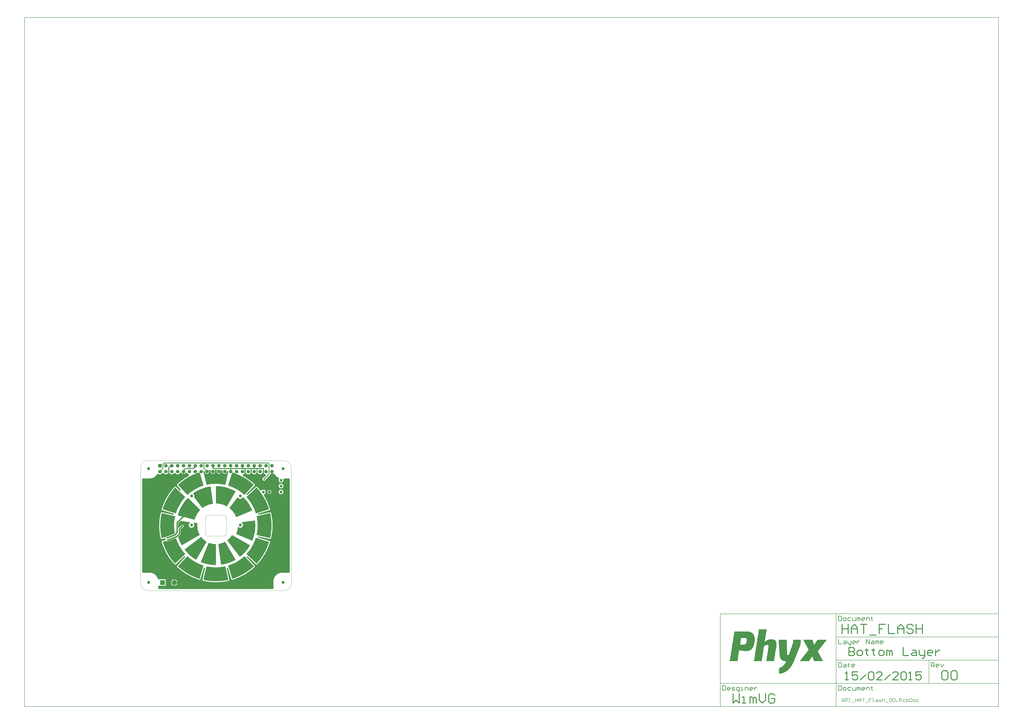
<source format=gbl>
G04 Layer_Physical_Order=2*
G04 Layer_Color=16711680*
%FSLAX25Y25*%
%MOIN*%
G70*
G01*
G75*
%ADD11C,0.00787*%
%ADD12C,0.01575*%
%ADD14C,0.01181*%
%ADD51C,0.02362*%
%ADD53C,0.00984*%
%ADD54C,0.00394*%
%ADD55C,0.05906*%
%ADD56R,0.05906X0.05906*%
%ADD57R,0.07874X0.07874*%
G04:AMPARAMS|DCode=58|XSize=78.74mil|YSize=78.74mil|CornerRadius=19.69mil|HoleSize=0mil|Usage=FLASHONLY|Rotation=0.000|XOffset=0mil|YOffset=0mil|HoleType=Round|Shape=RoundedRectangle|*
%AMROUNDEDRECTD58*
21,1,0.07874,0.03937,0,0,0.0*
21,1,0.03937,0.07874,0,0,0.0*
1,1,0.03937,0.01969,-0.01969*
1,1,0.03937,-0.01969,-0.01969*
1,1,0.03937,-0.01969,0.01969*
1,1,0.03937,0.01969,0.01969*
%
%ADD58ROUNDEDRECTD58*%
%ADD59C,0.05118*%
%ADD60C,0.04724*%
%ADD61C,0.02756*%
G36*
X220105Y131146D02*
X220936Y127276D01*
X221795Y121631D01*
X222312Y115944D01*
X222484Y110236D01*
X222312Y104529D01*
X221795Y98842D01*
X220936Y93196D01*
X220105Y89327D01*
X219683Y89059D01*
X197369Y94210D01*
X197109Y94637D01*
X197243Y95163D01*
X198142Y100145D01*
X198683Y105177D01*
X198864Y110236D01*
X198683Y115295D01*
X198142Y120328D01*
X197243Y125310D01*
X197109Y125835D01*
X197369Y126262D01*
X219683Y131414D01*
X220105Y131146D01*
D02*
G37*
G36*
X60419Y88740D02*
X61512Y85455D01*
X63450Y80779D01*
X65715Y76252D01*
X68298Y71899D01*
X71185Y67741D01*
X74362Y63799D01*
X76125Y61906D01*
X58848Y45795D01*
X57195Y47550D01*
X53539Y51937D01*
X50155Y56536D01*
X47055Y61332D01*
X44249Y66305D01*
X41750Y71439D01*
X39564Y76715D01*
X37702Y82113D01*
X37565Y82602D01*
X37593Y82611D01*
X44302Y84662D01*
X44699Y84069D01*
X45415Y83590D01*
X46260Y83422D01*
X47105Y83590D01*
X47821Y84069D01*
X47843Y84101D01*
X59966Y88951D01*
X60419Y88740D01*
D02*
G37*
G36*
X185611Y76947D02*
X185738Y76463D01*
X184293Y74028D01*
X181566Y70101D01*
X178567Y66379D01*
X175309Y62880D01*
X171810Y59622D01*
X168987Y57347D01*
X168490Y57407D01*
X147359Y84945D01*
X147434Y85440D01*
X147621Y85573D01*
X150259Y87930D01*
X152616Y90568D01*
X154663Y93453D01*
X155061Y94173D01*
X155543Y94307D01*
X185611Y76947D01*
D02*
G37*
G36*
X58536Y126262D02*
X58796Y125835D01*
X58662Y125310D01*
X57763Y120328D01*
X57222Y115295D01*
X57041Y110236D01*
X57222Y105177D01*
X57763Y100145D01*
X58294Y97202D01*
X57806Y96409D01*
X45388Y91752D01*
X45276Y91775D01*
X44431Y91607D01*
X43714Y91128D01*
X43446Y90726D01*
X36222Y89059D01*
X35800Y89327D01*
X34970Y93196D01*
X34111Y98842D01*
X33594Y104529D01*
X33421Y110236D01*
X33594Y115944D01*
X34111Y121631D01*
X34970Y127276D01*
X35800Y131146D01*
X36222Y131414D01*
X58536Y126262D01*
D02*
G37*
G36*
X101474Y136715D02*
Y136715D01*
X99006Y133992D01*
X96817Y131041D01*
X94928Y127888D01*
X93357Y124566D01*
X92119Y121106D01*
X91907Y120264D01*
X91476Y120010D01*
X63304Y127559D01*
X63300Y127560D01*
X63694Y129104D01*
X65203Y133641D01*
X67033Y138057D01*
X69173Y142332D01*
X71613Y146444D01*
X74339Y150371D01*
X77339Y154093D01*
X80351Y157329D01*
X80851Y157338D01*
X101474Y136715D01*
D02*
G37*
G36*
X194366Y118619D02*
X194754Y115014D01*
X194924Y110236D01*
X194754Y105458D01*
X194243Y100705D01*
X193394Y96000D01*
X192212Y91368D01*
X190702Y86832D01*
X189922Y84950D01*
X189461Y84759D01*
X162549Y95906D01*
D01*
X162549Y95906D01*
X162859Y96773D01*
X162859Y96773D01*
X162859D01*
X163787Y99366D01*
X164680Y102931D01*
X165219Y106566D01*
X165285Y107910D01*
X165762Y108059D01*
X165922Y107851D01*
X166909Y107094D01*
X168058Y106618D01*
X169291Y106455D01*
X170525Y106618D01*
X171674Y107094D01*
X172661Y107851D01*
X173418Y108838D01*
X173894Y109987D01*
X174056Y111220D01*
X173894Y112454D01*
X173418Y113603D01*
X172661Y114590D01*
X171674Y115347D01*
X171385Y115467D01*
X171450Y115963D01*
X193973Y118928D01*
X194366Y118619D01*
D02*
G37*
G36*
X84456Y115963D02*
X84521Y115467D01*
X84232Y115347D01*
X83245Y114590D01*
X82487Y113603D01*
X82011Y112454D01*
X81849Y111220D01*
X82011Y109987D01*
X82487Y108838D01*
X83245Y107851D01*
X84232Y107094D01*
X85381Y106618D01*
X86614Y106455D01*
X87848Y106618D01*
X88997Y107094D01*
X89984Y107851D01*
X90741Y108838D01*
X91217Y109987D01*
X91379Y111220D01*
X91217Y112454D01*
X90741Y113603D01*
X89984Y114590D01*
X89735Y114780D01*
X89926Y115243D01*
X96347Y114397D01*
X96644Y113995D01*
X96605Y113768D01*
X96407Y110236D01*
X96605Y106704D01*
X97198Y103217D01*
X98177Y99817D01*
X99531Y96549D01*
X100672Y94485D01*
X100672Y94485D01*
Y94485D01*
X100672Y94485D01*
X69986Y76769D01*
X69173Y78140D01*
X67033Y82415D01*
X65204Y86832D01*
X63694Y91367D01*
X67364Y95038D01*
X67799Y95689D01*
X67825Y95816D01*
X67952Y96457D01*
Y103499D01*
X71653Y107201D01*
X71711Y107212D01*
X72427Y107691D01*
X72906Y108407D01*
X73074Y109252D01*
X72906Y110097D01*
X72427Y110813D01*
X71711Y111292D01*
X70866Y111460D01*
X70021Y111292D01*
X69305Y110813D01*
X68826Y110097D01*
X68815Y110039D01*
X64526Y105750D01*
X64493Y105702D01*
X64015Y105847D01*
Y114326D01*
X67839Y118150D01*
X84456Y115963D01*
D02*
G37*
G36*
X81516Y56645D02*
X85457Y53469D01*
X89615Y50582D01*
X93969Y47999D01*
X98495Y45733D01*
X103172Y43796D01*
X107227Y42446D01*
D01*
X107227D01*
D01*
D01*
X107227Y42446D01*
X100319Y19849D01*
X99829Y19985D01*
X94432Y21848D01*
X89156Y24033D01*
X84022Y26533D01*
X79048Y29338D01*
X74253Y32438D01*
X69653Y35823D01*
X65267Y39478D01*
X63511Y41131D01*
X63512Y41132D01*
X79622Y58408D01*
X81516Y56645D01*
D02*
G37*
G36*
X192394Y41131D02*
X190639Y39478D01*
X186252Y35823D01*
X181653Y32438D01*
X176857Y29338D01*
X171884Y26533D01*
X166750Y24033D01*
X161474Y21848D01*
X156076Y19985D01*
X155587Y19849D01*
X155578Y19877D01*
X148678Y42446D01*
X152734Y43796D01*
X157410Y45733D01*
X161937Y47999D01*
X166290Y50582D01*
X170448Y53469D01*
X174390Y56645D01*
X176283Y58408D01*
X192394Y41131D01*
D02*
G37*
G36*
X112880Y40945D02*
X117861Y40047D01*
X122894Y39506D01*
X127953Y39325D01*
X133011Y39506D01*
X138045Y40047D01*
X143026Y40945D01*
X143552Y41080D01*
X143979Y40820D01*
X149130Y18506D01*
X148862Y18084D01*
X144992Y17253D01*
X139347Y16394D01*
X133660Y15877D01*
X127953Y15705D01*
X122245Y15877D01*
X116558Y16394D01*
X110913Y17253D01*
X107043Y18084D01*
X106775Y18506D01*
X111927Y40820D01*
X112354Y41080D01*
X112880Y40945D01*
D02*
G37*
G36*
X117534Y80461D02*
X120933Y79481D01*
X124421Y78889D01*
X127953Y78690D01*
D01*
X127953D01*
X127953Y78690D01*
X127953Y43624D01*
X127593Y43277D01*
X123175Y43435D01*
X118422Y43946D01*
X113717Y44795D01*
X109085Y45977D01*
X104549Y47487D01*
X102667Y48267D01*
X102475Y48728D01*
X115764Y80811D01*
X116226Y81002D01*
X117534Y80461D01*
D02*
G37*
G36*
X102965Y91063D02*
X102948Y91049D01*
X103289Y90568D01*
X105647Y87930D01*
X108284Y85573D01*
X111170Y83526D01*
X111890Y83128D01*
X112023Y82646D01*
X94664Y52578D01*
X94180Y52451D01*
X91745Y53896D01*
X87818Y56622D01*
X84096Y59622D01*
X80597Y62880D01*
X77339Y66379D01*
X75064Y69202D01*
X75123Y69699D01*
X102948Y91049D01*
D01*
X102965Y91063D01*
X102965D01*
D02*
G37*
G36*
X218340Y82602D02*
X218204Y82113D01*
X216341Y76715D01*
X214156Y71439D01*
X211656Y66305D01*
X208851Y61332D01*
X205750Y56536D01*
X202366Y51937D01*
X198711Y47550D01*
X197058Y45795D01*
X197057Y45795D01*
X179781Y61906D01*
X181544Y63799D01*
X184720Y67741D01*
X187607Y71899D01*
X190190Y76252D01*
X192456Y80779D01*
X194393Y85455D01*
X195743Y89511D01*
X218340Y82602D01*
D02*
G37*
G36*
X161420Y52270D02*
X160049Y51456D01*
X155774Y49316D01*
X151357Y47487D01*
X146821Y45977D01*
X142189Y44795D01*
X137484Y43946D01*
X136691Y43861D01*
X136689Y43880D01*
X132067Y78988D01*
X132067Y78988D01*
D01*
X134972Y79481D01*
X138372Y80461D01*
X141640Y81814D01*
X143704Y82955D01*
X161420Y52270D01*
D02*
G37*
G36*
X58849Y174677D02*
X76125Y158567D01*
X74362Y156673D01*
X71185Y152732D01*
X68298Y148574D01*
X65715Y144220D01*
X63450Y139694D01*
X61512Y135017D01*
X60163Y130962D01*
X37565Y137870D01*
X37702Y138360D01*
X39564Y143757D01*
X41750Y149033D01*
X44249Y154167D01*
X47055Y159141D01*
X50155Y163936D01*
X53539Y168535D01*
X57195Y172922D01*
X58848Y174678D01*
X58849Y174677D01*
D02*
G37*
G36*
X223454Y197772D02*
X223986Y197842D01*
X224947Y198240D01*
X225447Y198624D01*
X227364Y198177D01*
X227686Y197524D01*
X228732Y195958D01*
X229975Y194541D01*
X231391Y193299D01*
X232957Y192253D01*
X234647Y191420D01*
X234789Y191371D01*
X235360Y189488D01*
X235223Y189308D01*
X234826Y188351D01*
X234690Y187323D01*
X234826Y186295D01*
X235223Y185337D01*
X235854Y184515D01*
X236676Y183884D01*
X237634Y183487D01*
X238661Y183352D01*
X239689Y183487D01*
X240647Y183884D01*
X241469Y184515D01*
X242100Y185337D01*
X242497Y186295D01*
X242632Y187323D01*
X242497Y188351D01*
X242354Y188696D01*
X243448Y190332D01*
X251969D01*
X251995Y190336D01*
X251996Y190336D01*
X251996Y190336D01*
X253324Y188976D01*
Y31451D01*
X253229Y30974D01*
X252934Y30531D01*
X252491Y30235D01*
X251996Y30137D01*
X251969Y30140D01*
X240158D01*
Y30149D01*
X238278Y30026D01*
X236430Y29658D01*
X234647Y29053D01*
X232957Y28220D01*
X231391Y27173D01*
X229975Y25931D01*
X228732Y24515D01*
X227686Y22949D01*
X226853Y21259D01*
X226247Y19475D01*
X225880Y17628D01*
X225757Y15748D01*
X225765D01*
Y3937D01*
X225769Y3910D01*
X225670Y3415D01*
X225375Y2972D01*
X224932Y2676D01*
X224454Y2581D01*
X31496D01*
X31469Y2578D01*
X30140Y3937D01*
Y8071D01*
X31732D01*
Y8071D01*
X42756D01*
Y19094D01*
X31732D01*
Y19090D01*
X29773Y18897D01*
X29658Y19475D01*
X29053Y21259D01*
X28220Y22949D01*
X27173Y24515D01*
X25931Y25931D01*
X24515Y27173D01*
X22949Y28220D01*
X21259Y29053D01*
X19475Y29658D01*
X17628Y30026D01*
X15748Y30149D01*
Y30140D01*
X3937D01*
X3910Y30137D01*
X2581Y31496D01*
Y188583D01*
X2555Y188779D01*
X2581Y188976D01*
X2581D01*
X2574Y188985D01*
X2676Y189499D01*
X2972Y189942D01*
X3415Y190237D01*
X3910Y190336D01*
X3937Y190332D01*
X15748D01*
Y190323D01*
X17628Y190447D01*
X19475Y190814D01*
X21259Y191420D01*
X22949Y192253D01*
X24515Y193299D01*
X25931Y194541D01*
X27173Y195958D01*
X28220Y197524D01*
X28283Y197652D01*
X30200Y198099D01*
X30670Y197738D01*
X31772Y197282D01*
X32954Y197126D01*
X34135Y197282D01*
X35237Y197738D01*
X36183Y198464D01*
X36908Y199410D01*
X36969Y199557D01*
X38938D01*
X38999Y199410D01*
X39724Y198464D01*
X40670Y197738D01*
X41772Y197282D01*
X42954Y197126D01*
X44135Y197282D01*
X45237Y197738D01*
X46183Y198464D01*
X46908Y199410D01*
X46969Y199557D01*
X48938D01*
X48999Y199410D01*
X49725Y198464D01*
X50670Y197738D01*
X51772Y197282D01*
X52953Y197126D01*
X54136Y197282D01*
X55237Y197738D01*
X56183Y198464D01*
X56908Y199410D01*
X56969Y199557D01*
X58938D01*
X58999Y199410D01*
X59724Y198464D01*
X60670Y197738D01*
X61772Y197282D01*
X62954Y197126D01*
X64135Y197282D01*
X65237Y197738D01*
X66183Y198464D01*
X66908Y199410D01*
X67280Y200308D01*
X69249D01*
X69501Y199699D01*
X70134Y198874D01*
X70960Y198240D01*
X71922Y197842D01*
X72453Y197772D01*
Y201693D01*
X73453D01*
Y197772D01*
X73985Y197842D01*
X74947Y198240D01*
X75773Y198874D01*
X76406Y199699D01*
X76658Y200308D01*
X78627D01*
X78999Y199410D01*
X79725Y198464D01*
X80670Y197738D01*
X81772Y197282D01*
X81820Y197275D01*
X82369Y196553D01*
X81970Y194626D01*
X78259Y192533D01*
X78222Y192501D01*
X78176Y192483D01*
X73381Y189382D01*
X73346Y189348D01*
X73301Y189327D01*
X68702Y185943D01*
X68669Y185907D01*
X68625Y185883D01*
X64239Y182227D01*
X64208Y182189D01*
X64166Y182163D01*
X62411Y180510D01*
X62231Y180258D01*
X62050Y180007D01*
X62049Y180003D01*
X62047Y180000D01*
X61978Y179699D01*
X61907Y179397D01*
X61907Y179393D01*
X61906Y179390D01*
X61957Y179085D01*
X62007Y178779D01*
X62009Y178776D01*
X62010Y178772D01*
X62174Y178509D01*
X62337Y178246D01*
X62337D01*
X62337Y178246D01*
X68584Y170479D01*
X67142Y169139D01*
X59943Y175851D01*
X59940Y175854D01*
Y175854D01*
X59940D01*
X59937Y175857D01*
X59937D01*
X59936Y175858D01*
X59676Y176017D01*
X59417Y176179D01*
X59413Y176180D01*
X59411Y176181D01*
X59407Y176182D01*
X59402Y176185D01*
X59100Y176232D01*
X58799Y176283D01*
X58794Y176281D01*
X58792Y176282D01*
X58789Y176281D01*
X58783Y176282D01*
X58486Y176210D01*
X58189Y176142D01*
X58184Y176138D01*
X58183Y176138D01*
X58181Y176137D01*
X58174Y176135D01*
X58174D01*
X58174D01*
D01*
Y176135D01*
X57928Y175956D01*
X57928D01*
X57679Y175778D01*
X56026Y174023D01*
X56000Y173981D01*
X55962Y173950D01*
X52306Y169563D01*
X52282Y169520D01*
X52246Y169487D01*
X48862Y164888D01*
X48841Y164843D01*
X48807Y164808D01*
X45706Y160013D01*
X45688Y159967D01*
X45656Y159930D01*
X42851Y154956D01*
X42836Y154909D01*
X42806Y154870D01*
X40306Y149736D01*
X40294Y149688D01*
X40266Y149647D01*
X38081Y144372D01*
X38071Y144324D01*
X38047Y144281D01*
X36184Y138883D01*
X36177Y138835D01*
X36155Y138791D01*
X36019Y138302D01*
X35996Y138009D01*
X35967Y137716D01*
X35973Y137697D01*
X35971Y137677D01*
X36063Y137398D01*
X36148Y137117D01*
X36160Y137101D01*
X36167Y137082D01*
X36358Y136859D01*
X36544Y136632D01*
X36562Y136622D01*
X36575Y136607D01*
X36837Y136474D01*
X37096Y136335D01*
X56543Y130389D01*
X56033Y128488D01*
X36584Y132978D01*
X36577Y132978D01*
X36572Y132981D01*
X36264Y132988D01*
X35958Y132998D01*
X35952Y132995D01*
X35945Y132995D01*
X35659Y132884D01*
X35372Y132775D01*
X35367Y132771D01*
X35361Y132769D01*
X34939Y132501D01*
X34935Y132496D01*
X34929Y132494D01*
X34708Y132280D01*
X34486Y132068D01*
X34484Y132062D01*
X34479Y132058D01*
X34358Y131776D01*
X34233Y131495D01*
X34233Y131488D01*
X34231Y131483D01*
X33400Y127613D01*
X33399Y127564D01*
X33382Y127518D01*
X32523Y121872D01*
X32526Y121823D01*
X32512Y121776D01*
X31995Y116089D01*
X32000Y116040D01*
X31989Y115992D01*
X31817Y110285D01*
X31825Y110236D01*
X31817Y110188D01*
X31989Y104480D01*
X32000Y104432D01*
X31995Y104383D01*
X32512Y98696D01*
X32526Y98649D01*
X32523Y98600D01*
X33382Y92955D01*
X33399Y92909D01*
X33400Y92860D01*
X34231Y88990D01*
X34233Y88984D01*
X34233Y88978D01*
X34357Y88697D01*
X34479Y88415D01*
X34484Y88410D01*
X34486Y88405D01*
X34708Y88193D01*
X34929Y87979D01*
X34935Y87976D01*
X34939Y87972D01*
X35361Y87704D01*
X35367Y87701D01*
X35372Y87697D01*
X35659Y87588D01*
X35945Y87477D01*
X35952Y87477D01*
X35958Y87475D01*
X36264Y87484D01*
X36572Y87491D01*
X36577Y87494D01*
X36584Y87494D01*
X41553Y88641D01*
X42600Y87503D01*
X42702Y86851D01*
X41699Y85545D01*
X37124Y84146D01*
X37124Y84146D01*
X37124Y84146D01*
X37096Y84137D01*
X36837Y83999D01*
X36575Y83866D01*
X36562Y83851D01*
X36544Y83841D01*
X36358Y83613D01*
X36167Y83391D01*
X36160Y83371D01*
X36147Y83355D01*
X36063Y83075D01*
X35971Y82796D01*
X35973Y82775D01*
X35967Y82756D01*
X35996Y82464D01*
X36019Y82171D01*
X36155Y81682D01*
X36177Y81638D01*
X36184Y81589D01*
X38047Y76191D01*
X38071Y76149D01*
X38081Y76100D01*
X40266Y70825D01*
X40293Y70784D01*
X40306Y70736D01*
X42806Y65602D01*
X42836Y65563D01*
X42851Y65517D01*
X45656Y60543D01*
X45688Y60505D01*
X45706Y60460D01*
X48807Y55664D01*
X48841Y55629D01*
X48862Y55585D01*
X52246Y50985D01*
X52282Y50952D01*
X52306Y50909D01*
X55962Y46522D01*
X56000Y46492D01*
X56026Y46450D01*
X57679Y44694D01*
X57931Y44514D01*
X58182Y44334D01*
X58186Y44333D01*
X58189Y44330D01*
X58490Y44261D01*
X58792Y44190D01*
X58795Y44191D01*
X58799Y44190D01*
X59104Y44241D01*
X59410Y44291D01*
X59413Y44293D01*
X59417Y44293D01*
X59680Y44458D01*
X59943Y44620D01*
X74794Y58470D01*
X76186Y57078D01*
X62338Y42227D01*
X62335Y42223D01*
D01*
D01*
Y42223D01*
X62331Y42220D01*
Y42220D01*
X62331Y42220D01*
X62172Y41960D01*
X62010Y41701D01*
X62009Y41696D01*
X62008Y41694D01*
X62007Y41690D01*
X62004Y41685D01*
X61957Y41383D01*
X61906Y41083D01*
X61908Y41078D01*
X61907Y41076D01*
X61908Y41073D01*
X61907Y41066D01*
X61979Y40770D01*
X62047Y40472D01*
X62051Y40467D01*
X62051Y40466D01*
X62052Y40464D01*
X62054Y40457D01*
Y40457D01*
X62054Y40457D01*
D01*
X62233Y40211D01*
Y40211D01*
X62411Y39962D01*
X64166Y38309D01*
X64208Y38283D01*
X64239Y38245D01*
X68625Y34589D01*
X68669Y34566D01*
X68702Y34530D01*
X73301Y31145D01*
X73346Y31124D01*
X73381Y31090D01*
X78176Y27990D01*
X78222Y27972D01*
X78259Y27940D01*
X83233Y25134D01*
X83280Y25119D01*
X83319Y25089D01*
X88453Y22590D01*
X88500Y22577D01*
X88541Y22550D01*
X93817Y20365D01*
X93865Y20355D01*
X93908Y20330D01*
X99306Y18467D01*
X99354Y18461D01*
X99398Y18439D01*
X99887Y18302D01*
X100180Y18280D01*
X100472Y18251D01*
X100492Y18256D01*
X100512Y18255D01*
X100791Y18347D01*
X101072Y18431D01*
X101088Y18444D01*
X101107Y18450D01*
X101330Y18642D01*
X101558Y18827D01*
X101567Y18845D01*
X101583Y18859D01*
X101715Y19121D01*
X101854Y19379D01*
X107799Y38826D01*
X109701Y38317D01*
X105211Y18867D01*
X105210Y18861D01*
X105208Y18855D01*
X105201Y18547D01*
X105192Y18241D01*
X105194Y18235D01*
X105194Y18229D01*
X105305Y17942D01*
X105413Y17655D01*
X105418Y17650D01*
X105420Y17645D01*
X105688Y17223D01*
X105693Y17218D01*
X105695Y17212D01*
X105909Y16992D01*
X106121Y16770D01*
X106127Y16767D01*
X106131Y16763D01*
X106413Y16641D01*
X106694Y16517D01*
X106701Y16517D01*
X106706Y16514D01*
X110576Y15683D01*
X110625Y15683D01*
X110671Y15666D01*
X116317Y14807D01*
X116366Y14809D01*
X116413Y14795D01*
X122100Y14278D01*
X122149Y14284D01*
X122197Y14273D01*
X127904Y14100D01*
X127953Y14108D01*
X128001Y14100D01*
X133709Y14273D01*
X133757Y14284D01*
X133806Y14278D01*
X139493Y14795D01*
X139540Y14809D01*
X139589Y14807D01*
X145234Y15666D01*
X145280Y15683D01*
X145329Y15683D01*
X149199Y16514D01*
X149205Y16517D01*
X149211Y16517D01*
X149492Y16641D01*
X149774Y16763D01*
X149779Y16767D01*
X149784Y16770D01*
X149996Y16992D01*
X150210Y17212D01*
X150213Y17218D01*
X150217Y17223D01*
X150485Y17645D01*
X150488Y17650D01*
X150492Y17655D01*
X150601Y17942D01*
X150712Y18229D01*
X150712Y18235D01*
X150714Y18241D01*
X150705Y18548D01*
X150698Y18855D01*
X150695Y18861D01*
X150695Y18867D01*
X146205Y38317D01*
X148106Y38826D01*
X154043Y19407D01*
X154043Y19407D01*
X154043Y19407D01*
X154052Y19379D01*
X154191Y19121D01*
X154323Y18859D01*
X154339Y18845D01*
X154348Y18827D01*
X154576Y18642D01*
X154798Y18450D01*
X154818Y18444D01*
X154833Y18431D01*
X155114Y18347D01*
X155393Y18255D01*
X155414Y18256D01*
X155433Y18251D01*
X155725Y18280D01*
X156018Y18302D01*
X156507Y18439D01*
X156551Y18461D01*
X156600Y18467D01*
X161998Y20330D01*
X162040Y20355D01*
X162089Y20365D01*
X167364Y22550D01*
X167405Y22577D01*
X167453Y22590D01*
X172587Y25089D01*
X172626Y25119D01*
X172672Y25134D01*
X177646Y27940D01*
X177683Y27972D01*
X177729Y27990D01*
X182525Y31090D01*
X182560Y31124D01*
X182604Y31145D01*
X187204Y34530D01*
X187237Y34566D01*
X187280Y34589D01*
X191667Y38245D01*
X191698Y38283D01*
X191739Y38309D01*
X193495Y39962D01*
X193675Y40214D01*
X193855Y40465D01*
X193856Y40469D01*
X193859Y40472D01*
X193928Y40774D01*
X193999Y41075D01*
X193998Y41079D01*
X193999Y41083D01*
X193948Y41387D01*
X193898Y41693D01*
X193896Y41697D01*
X193896Y41701D01*
X193731Y41963D01*
X193569Y42226D01*
X179719Y57078D01*
X181111Y58470D01*
X195962Y44621D01*
X195966Y44619D01*
X195969Y44615D01*
X195969D01*
X195969Y44614D01*
X196229Y44455D01*
X196488Y44293D01*
X196493Y44293D01*
X196495Y44291D01*
X196499Y44291D01*
X196504Y44288D01*
X196806Y44240D01*
X197106Y44190D01*
X197111Y44191D01*
X197113Y44191D01*
X197116Y44191D01*
X197123Y44190D01*
X197419Y44262D01*
X197717Y44330D01*
X197722Y44334D01*
X197723Y44334D01*
X197725Y44336D01*
X197732Y44337D01*
X197732D01*
X197732Y44337D01*
X197732D01*
D01*
X197978Y44517D01*
X197978D01*
X198227Y44694D01*
X199880Y46450D01*
X199906Y46492D01*
X199944Y46522D01*
X203600Y50909D01*
X203623Y50952D01*
X203660Y50985D01*
X207044Y55585D01*
X207065Y55629D01*
X207099Y55664D01*
X210199Y60460D01*
X210217Y60505D01*
X210249Y60543D01*
X213055Y65517D01*
X213070Y65563D01*
X213100Y65602D01*
X215599Y70736D01*
X215612Y70784D01*
X215639Y70825D01*
X217825Y76100D01*
X217834Y76149D01*
X217859Y76191D01*
X219722Y81589D01*
X219728Y81638D01*
X219750Y81682D01*
X219887Y82171D01*
X219909Y82464D01*
X219938Y82756D01*
X219933Y82775D01*
X219934Y82796D01*
X219842Y83075D01*
X219758Y83356D01*
X219745Y83372D01*
X219739Y83391D01*
X219547Y83614D01*
X219361Y83841D01*
X219344Y83851D01*
X219330Y83866D01*
X219068Y83999D01*
X218810Y84137D01*
X199363Y90083D01*
X199872Y91984D01*
X219322Y87494D01*
X219328Y87494D01*
X219334Y87491D01*
X219642Y87484D01*
X219948Y87475D01*
X219954Y87477D01*
X219960Y87477D01*
X220247Y87588D01*
X220534Y87697D01*
X220538Y87701D01*
X220544Y87704D01*
X220966Y87972D01*
X220971Y87976D01*
X220977Y87979D01*
X221197Y88192D01*
X221419Y88405D01*
X221422Y88410D01*
X221426Y88415D01*
X221548Y88696D01*
X221672Y88978D01*
X221672Y88984D01*
X221675Y88990D01*
X222505Y92860D01*
X222506Y92909D01*
X222523Y92955D01*
X223382Y98600D01*
X223380Y98649D01*
X223394Y98696D01*
X223911Y104383D01*
X223905Y104432D01*
X223917Y104480D01*
X224089Y110188D01*
X224081Y110236D01*
X224089Y110285D01*
X223917Y115992D01*
X223905Y116040D01*
X223911Y116089D01*
X223394Y121776D01*
X223380Y121823D01*
X223382Y121872D01*
X222523Y127518D01*
X222506Y127564D01*
X222505Y127613D01*
X221675Y131483D01*
X221672Y131488D01*
X221672Y131495D01*
X221548Y131775D01*
X221426Y132058D01*
X221422Y132062D01*
X221419Y132068D01*
X221198Y132280D01*
X220977Y132494D01*
X220971Y132496D01*
X220966Y132501D01*
X220544Y132769D01*
X220538Y132771D01*
X220534Y132775D01*
X220247Y132884D01*
X219960Y132995D01*
X219954Y132995D01*
X219948Y132998D01*
X219641Y132988D01*
X219334Y132981D01*
X219328Y132978D01*
X219322Y132978D01*
X199873Y128488D01*
X199363Y130389D01*
X218782Y136326D01*
X218782Y136327D01*
X218782Y136327D01*
X218810Y136335D01*
X219068Y136474D01*
X219330Y136607D01*
X219344Y136622D01*
X219362Y136632D01*
X219547Y136859D01*
X219739Y137082D01*
X219745Y137101D01*
X219758Y137117D01*
X219843Y137398D01*
X219934Y137677D01*
X219933Y137697D01*
X219938Y137717D01*
X219909Y138009D01*
X219887Y138302D01*
X219750Y138791D01*
X219728Y138835D01*
X219722Y138883D01*
X217859Y144281D01*
X217834Y144324D01*
X217825Y144372D01*
X215639Y149647D01*
X215612Y149688D01*
X215599Y149736D01*
X213100Y154870D01*
X213070Y154909D01*
X213055Y154956D01*
X210249Y159930D01*
X210217Y159967D01*
X210199Y160013D01*
X210133Y160115D01*
X209702Y163388D01*
X209740Y163508D01*
X210647Y163884D01*
X211469Y164515D01*
X212100Y165337D01*
X212497Y166295D01*
X212632Y167323D01*
X212497Y168351D01*
X212100Y169308D01*
X211469Y170131D01*
X210647Y170762D01*
X209689Y171159D01*
X208661Y171294D01*
X207634Y171159D01*
X206676Y170762D01*
X205854Y170131D01*
X205506Y169677D01*
X203538Y169638D01*
X199944Y173950D01*
X199906Y173981D01*
X199880Y174023D01*
X198227Y175778D01*
X197975Y175958D01*
X197724Y176139D01*
X197720Y176140D01*
X197717Y176142D01*
X197415Y176211D01*
X197114Y176282D01*
X197110Y176282D01*
X197106Y176283D01*
X196802Y176232D01*
X196495Y176182D01*
X196492Y176180D01*
X196488Y176179D01*
X196226Y176015D01*
X195963Y175852D01*
X181111Y162003D01*
X179719Y163395D01*
X193568Y178245D01*
X193570Y178249D01*
D01*
X193570D01*
D01*
X193574Y178252D01*
Y178252D01*
X193575Y178253D01*
X193734Y178513D01*
X193896Y178772D01*
X193896Y178776D01*
X193897Y178778D01*
X193898Y178782D01*
X193901Y178787D01*
X193949Y179089D01*
X193999Y179390D01*
X193998Y179395D01*
X193998Y179396D01*
X193998Y179400D01*
X193999Y179406D01*
X193927Y179703D01*
X193859Y180000D01*
X193855Y180005D01*
X193855Y180006D01*
X193853Y180008D01*
X193852Y180015D01*
Y180015D01*
Y180015D01*
Y180015D01*
X193852D01*
X193672Y180261D01*
Y180261D01*
X193495Y180510D01*
X191739Y182163D01*
X191698Y182189D01*
X191667Y182227D01*
X187280Y185883D01*
X187237Y185907D01*
X187204Y185943D01*
X182604Y189327D01*
X182560Y189348D01*
X182525Y189382D01*
X177729Y192483D01*
X177683Y192501D01*
X177646Y192533D01*
X173936Y194626D01*
X173537Y196553D01*
X174085Y197275D01*
X174135Y197282D01*
X175237Y197738D01*
X176183Y198464D01*
X176908Y199410D01*
X176969Y199557D01*
X178938D01*
X178999Y199410D01*
X179725Y198464D01*
X180670Y197738D01*
X181772Y197282D01*
X182954Y197126D01*
X184135Y197282D01*
X185237Y197738D01*
X186183Y198464D01*
X186908Y199410D01*
X186969Y199557D01*
X188938D01*
X188999Y199410D01*
X189725Y198464D01*
X190670Y197738D01*
X191772Y197282D01*
X192954Y197126D01*
X194135Y197282D01*
X195237Y197738D01*
X196183Y198464D01*
X196908Y199410D01*
X196969Y199557D01*
X198938D01*
X198999Y199410D01*
X199724Y198464D01*
X200670Y197738D01*
X201772Y197282D01*
X202954Y197126D01*
X204135Y197282D01*
X205237Y197738D01*
X206183Y198464D01*
X206908Y199410D01*
X206969Y199557D01*
X208938D01*
X208999Y199410D01*
X209724Y198464D01*
X210670Y197738D01*
X211772Y197282D01*
X212297Y197213D01*
X212929Y195349D01*
X209814Y192233D01*
X209170Y192148D01*
X208452Y191851D01*
X207835Y191378D01*
X207362Y190761D01*
X207064Y190042D01*
X206963Y189272D01*
X207064Y188501D01*
X207362Y187783D01*
X207835Y187166D01*
X208452Y186692D01*
X209170Y186395D01*
X209941Y186293D01*
X210712Y186395D01*
X211430Y186692D01*
X212047Y187166D01*
X212520Y187783D01*
X212818Y188501D01*
X212902Y189145D01*
X219655Y195897D01*
X220002Y196349D01*
X220220Y196876D01*
X220220Y196876D01*
Y196876D01*
X220960Y198240D01*
D01*
D01*
X221922Y197842D01*
X222454Y197772D01*
Y201693D01*
X223454D01*
Y197772D01*
D02*
G37*
G36*
X160277Y199038D02*
X160286Y199025D01*
X161067Y198426D01*
X161977Y198049D01*
X162954Y197921D01*
X163121Y197942D01*
X166750Y196439D01*
X171884Y193940D01*
X176857Y191134D01*
X181653Y188034D01*
X186252Y184650D01*
X190639Y180994D01*
X192394Y179341D01*
X192394Y179341D01*
X176283Y162065D01*
X174390Y163827D01*
X170448Y167004D01*
X166290Y169891D01*
X161937Y172474D01*
X157410Y174739D01*
X152734Y176677D01*
X148678Y178026D01*
X154938Y198501D01*
X155621Y199025D01*
X156221Y199807D01*
X156449Y200359D01*
X160277Y199038D01*
D02*
G37*
G36*
X129990Y204706D02*
X130205Y204254D01*
X129687Y203579D01*
X129310Y202669D01*
X129181Y201693D01*
X129310Y200716D01*
X129687Y199807D01*
X130286Y199025D01*
X131067Y198426D01*
X131977Y198049D01*
X132954Y197921D01*
X133930Y198049D01*
X134840Y198426D01*
X135621Y199025D01*
X136221Y199807D01*
X136598Y200716D01*
X136726Y201693D01*
X136598Y202669D01*
X136221Y203579D01*
X135954Y203927D01*
X136195Y204365D01*
X139347Y204078D01*
X139508Y204054D01*
X139695Y203590D01*
X139687Y203579D01*
X139310Y202669D01*
X139181Y201693D01*
X139310Y200716D01*
X139687Y199807D01*
X140286Y199025D01*
X141067Y198426D01*
X141977Y198049D01*
X142954Y197921D01*
X143930Y198049D01*
X144840Y198426D01*
X145621Y199025D01*
X146221Y199807D01*
X146598Y200716D01*
X146726Y201693D01*
X146626Y202450D01*
X146994Y202789D01*
X148862Y202388D01*
X149130Y201967D01*
X143979Y179653D01*
X143552Y179393D01*
X143026Y179527D01*
X138045Y180426D01*
X133011Y180967D01*
X127953Y181148D01*
X122894Y180967D01*
X117861Y180426D01*
X112880Y179527D01*
X112354Y179393D01*
X111927Y179653D01*
X106775Y201967D01*
X107043Y202388D01*
X108913Y202790D01*
X109281Y202451D01*
X109181Y201693D01*
X109310Y200716D01*
X109687Y199807D01*
X110286Y199025D01*
X111067Y198426D01*
X111977Y198049D01*
X112954Y197921D01*
X113930Y198049D01*
X114840Y198426D01*
X115621Y199025D01*
X116221Y199807D01*
X116597Y200716D01*
X116726Y201693D01*
X116597Y202669D01*
X116221Y203579D01*
X116212Y203590D01*
X116399Y204054D01*
X116558Y204078D01*
X119712Y204365D01*
X119954Y203927D01*
X119687Y203579D01*
X119310Y202669D01*
X119181Y201693D01*
X119310Y200716D01*
X119687Y199807D01*
X120286Y199025D01*
X121067Y198426D01*
X121977Y198049D01*
X122954Y197921D01*
X123930Y198049D01*
X124840Y198426D01*
X125621Y199025D01*
X126221Y199807D01*
X126597Y200716D01*
X126726Y201693D01*
X126597Y202669D01*
X126221Y203579D01*
X125703Y204254D01*
X125917Y204706D01*
X127953Y204767D01*
X129990Y204706D01*
D02*
G37*
G36*
X99687Y199807D02*
X100286Y199025D01*
X100967Y198503D01*
X107227Y178026D01*
X103172Y176677D01*
X98495Y174739D01*
X93969Y172474D01*
X89615Y169891D01*
X85457Y167004D01*
X81516Y163827D01*
X79622Y162065D01*
D01*
D01*
D01*
Y162065D01*
X79622D01*
D01*
D01*
X79622D01*
D01*
Y162065D01*
X63511Y179341D01*
X65267Y180994D01*
X69653Y184650D01*
X74253Y188034D01*
X79048Y191134D01*
X84022Y193940D01*
X89156Y196439D01*
X92785Y197943D01*
X92954Y197921D01*
X93930Y198049D01*
X94840Y198426D01*
X95621Y199025D01*
X95631Y199039D01*
X99458Y200359D01*
X99687Y199807D01*
D02*
G37*
G36*
X132730Y177037D02*
X137484Y176526D01*
X142189Y175678D01*
X146821Y174495D01*
X151357Y172985D01*
X155774Y171156D01*
X160049Y169016D01*
X161420Y168203D01*
X161417Y168199D01*
X146834Y142940D01*
X146350Y142815D01*
X145605Y143261D01*
X142283Y144832D01*
X138823Y146071D01*
X135258Y146963D01*
X131623Y147503D01*
X127953Y147683D01*
X127953Y176848D01*
X128313Y177195D01*
X132730Y177037D01*
D02*
G37*
G36*
X119217Y176593D02*
X119217Y176593D01*
X123070Y147323D01*
X123070Y147323D01*
D01*
D01*
D01*
D01*
X120647Y146963D01*
X117083Y146071D01*
X113622Y144832D01*
X110301Y143261D01*
X107149Y141372D01*
X105181Y139913D01*
X105181Y139913D01*
X105181Y139913D01*
X105181D01*
X90924Y158493D01*
X91217Y159200D01*
X91379Y160433D01*
X91217Y161666D01*
X90741Y162816D01*
X89984Y163803D01*
X89259Y164359D01*
X89271Y164858D01*
X91745Y166577D01*
X95857Y169016D01*
X100132Y171156D01*
X104549Y172985D01*
X109085Y174495D01*
X113717Y175678D01*
X118422Y176526D01*
X119214Y176612D01*
X119217Y176593D01*
D02*
G37*
G36*
X198711Y172922D02*
X202366Y168535D01*
X205750Y163936D01*
X208851Y159141D01*
X211656Y154167D01*
X214156Y149033D01*
X216341Y143757D01*
X218204Y138360D01*
X218340Y137870D01*
X218312Y137862D01*
X195743Y130962D01*
X194393Y135017D01*
X192456Y139694D01*
X190190Y144220D01*
X187607Y148574D01*
X184720Y152732D01*
X181544Y156673D01*
X179781Y158567D01*
D01*
D01*
D01*
X179781D01*
Y158567D01*
D01*
D01*
Y158567D01*
D01*
X179781D01*
X197058Y174678D01*
X198711Y172922D01*
D02*
G37*
G36*
X175309Y157592D02*
X178567Y154093D01*
X181566Y150371D01*
X184293Y146444D01*
X186732Y142332D01*
X188872Y138057D01*
X189652Y136176D01*
X189461Y135714D01*
X162549Y124566D01*
X162549Y124566D01*
X160978Y127889D01*
X159089Y131041D01*
X156899Y133992D01*
X154431Y136715D01*
X151709Y139183D01*
X151011Y139700D01*
X150942Y140196D01*
X164690Y158113D01*
X165165Y158050D01*
X165922Y157063D01*
X166909Y156306D01*
X168058Y155830D01*
X169291Y155668D01*
X170525Y155830D01*
X171674Y156306D01*
X172661Y157063D01*
X173418Y158050D01*
X173640Y158585D01*
X174128Y158692D01*
X175309Y157592D01*
D02*
G37*
%LPC*%
G36*
X59213Y18545D02*
X57744D01*
Y14083D01*
X62207D01*
Y15551D01*
X62105Y16326D01*
X61806Y17048D01*
X61330Y17668D01*
X60710Y18144D01*
X59987Y18443D01*
X59213Y18545D01*
D02*
G37*
G36*
X56744Y13083D02*
X52281D01*
Y11614D01*
X52384Y10839D01*
X52683Y10117D01*
X53158Y9497D01*
X53778Y9021D01*
X54501Y8722D01*
X55276Y8620D01*
X56744D01*
Y13083D01*
D02*
G37*
G36*
X62207D02*
X57744D01*
Y8620D01*
X59213D01*
X59987Y8722D01*
X60710Y9021D01*
X61330Y9497D01*
X61806Y10117D01*
X62105Y10839D01*
X62207Y11614D01*
Y13083D01*
D02*
G37*
G36*
X56744Y18545D02*
X55276D01*
X54501Y18443D01*
X53778Y18144D01*
X53158Y17668D01*
X52683Y17048D01*
X52384Y16326D01*
X52281Y15551D01*
Y14083D01*
X56744D01*
Y18545D01*
D02*
G37*
G36*
X221987Y166823D02*
X219161D01*
Y163997D01*
X219539Y164047D01*
X220357Y164386D01*
X221059Y164925D01*
X221598Y165627D01*
X221937Y166445D01*
X221987Y166823D01*
D02*
G37*
G36*
X218161D02*
X215336D01*
X215386Y166445D01*
X215725Y165627D01*
X216264Y164925D01*
X216966Y164386D01*
X217784Y164047D01*
X218161Y163997D01*
Y166823D01*
D02*
G37*
G36*
X238661Y171294D02*
X237634Y171159D01*
X236676Y170762D01*
X235854Y170131D01*
X235223Y169308D01*
X234826Y168351D01*
X234690Y167323D01*
X234826Y166295D01*
X235223Y165337D01*
X235854Y164515D01*
X236676Y163884D01*
X237634Y163487D01*
X238661Y163352D01*
X239689Y163487D01*
X240647Y163884D01*
X241469Y164515D01*
X242100Y165337D01*
X242497Y166295D01*
X242632Y167323D01*
X242497Y168351D01*
X242100Y169308D01*
X241469Y170131D01*
X240647Y170762D01*
X239689Y171159D01*
X238661Y171294D01*
D02*
G37*
G36*
Y181294D02*
X237634Y181158D01*
X236676Y180762D01*
X235854Y180131D01*
X235223Y179308D01*
X234826Y178351D01*
X234690Y177323D01*
X234826Y176295D01*
X235223Y175337D01*
X235854Y174515D01*
X236676Y173884D01*
X237634Y173487D01*
X238661Y173352D01*
X239689Y173487D01*
X240647Y173884D01*
X241469Y174515D01*
X242100Y175337D01*
X242497Y176295D01*
X242632Y177323D01*
X242497Y178351D01*
X242100Y179308D01*
X241469Y180131D01*
X240647Y180762D01*
X239689Y181158D01*
X238661Y181294D01*
D02*
G37*
G36*
X219161Y170648D02*
Y167823D01*
X221987D01*
X221937Y168201D01*
X221598Y169018D01*
X221059Y169721D01*
X220357Y170260D01*
X219539Y170598D01*
X219161Y170648D01*
D02*
G37*
G36*
X218161D02*
X217784Y170598D01*
X216966Y170260D01*
X216264Y169721D01*
X215725Y169018D01*
X215386Y168201D01*
X215336Y167823D01*
X218161D01*
Y170648D01*
D02*
G37*
%LPD*%
G36*
X1121080Y-83717D02*
Y-84003D01*
Y-84290D01*
Y-84576D01*
Y-84862D01*
Y-85149D01*
Y-85435D01*
Y-85721D01*
Y-86007D01*
Y-86294D01*
Y-86580D01*
Y-86866D01*
Y-87153D01*
Y-87439D01*
Y-87725D01*
Y-88012D01*
Y-88298D01*
Y-88584D01*
Y-88871D01*
Y-89157D01*
Y-89443D01*
X1120793D01*
Y-89730D01*
Y-90016D01*
Y-90302D01*
Y-90588D01*
Y-90875D01*
X1120507D01*
Y-91161D01*
Y-91448D01*
Y-91734D01*
Y-92020D01*
X1120221D01*
Y-92306D01*
Y-92593D01*
Y-92879D01*
Y-93165D01*
X1119934D01*
Y-93452D01*
Y-93738D01*
Y-94024D01*
X1119648D01*
Y-94311D01*
Y-94597D01*
Y-94883D01*
X1119362D01*
Y-95170D01*
Y-95456D01*
Y-95742D01*
X1119075D01*
Y-96029D01*
Y-96315D01*
Y-96601D01*
X1118789D01*
Y-96887D01*
Y-97174D01*
X1118503D01*
Y-97460D01*
Y-97746D01*
X1118217D01*
Y-98033D01*
Y-98319D01*
Y-98605D01*
X1117930D01*
Y-98892D01*
Y-99178D01*
X1117644D01*
Y-99464D01*
Y-99751D01*
Y-100037D01*
X1117358D01*
Y-100323D01*
Y-100610D01*
X1117071D01*
Y-100896D01*
Y-101182D01*
Y-101468D01*
X1116785D01*
Y-101755D01*
Y-102041D01*
X1116499D01*
Y-102327D01*
Y-102614D01*
Y-102900D01*
X1116212D01*
Y-103186D01*
Y-103473D01*
X1115926D01*
Y-103759D01*
Y-104045D01*
Y-104332D01*
X1115640D01*
Y-104618D01*
Y-104904D01*
X1115353D01*
Y-105191D01*
Y-105477D01*
Y-105763D01*
X1115067D01*
Y-106049D01*
Y-106336D01*
X1114781D01*
Y-106622D01*
Y-106908D01*
Y-107195D01*
X1114494D01*
Y-107481D01*
Y-107767D01*
X1114208D01*
Y-108054D01*
Y-108340D01*
Y-108626D01*
X1113922D01*
Y-108913D01*
Y-109199D01*
X1113636D01*
Y-109485D01*
Y-109772D01*
Y-110058D01*
X1113349D01*
Y-110344D01*
Y-110630D01*
X1113063D01*
Y-110917D01*
Y-111203D01*
Y-111489D01*
X1112776D01*
Y-111776D01*
Y-112062D01*
X1112490D01*
Y-112348D01*
Y-112635D01*
Y-112921D01*
X1112204D01*
Y-113207D01*
Y-113494D01*
X1111918D01*
Y-113780D01*
Y-114066D01*
Y-114353D01*
X1111631D01*
Y-114639D01*
Y-114925D01*
X1111345D01*
Y-115211D01*
Y-115498D01*
Y-115784D01*
X1111059D01*
Y-116070D01*
Y-116357D01*
X1110772D01*
Y-116643D01*
Y-116929D01*
Y-117216D01*
X1110486D01*
Y-117502D01*
Y-117788D01*
X1110200D01*
Y-118075D01*
Y-118361D01*
Y-118647D01*
X1109913D01*
Y-118933D01*
Y-119220D01*
X1109627D01*
Y-119506D01*
Y-119792D01*
Y-120079D01*
X1109341D01*
Y-120365D01*
Y-120651D01*
X1109054D01*
Y-120938D01*
Y-121224D01*
X1108768D01*
Y-121510D01*
Y-121797D01*
X1108482D01*
Y-122083D01*
Y-122369D01*
Y-122656D01*
X1108195D01*
Y-122942D01*
X1107909D01*
Y-123228D01*
Y-123514D01*
Y-123801D01*
X1107623D01*
Y-124087D01*
X1107337D01*
Y-124373D01*
Y-124660D01*
X1107050D01*
Y-124946D01*
Y-125232D01*
X1106764D01*
Y-125519D01*
Y-125805D01*
X1106478D01*
Y-126091D01*
Y-126378D01*
X1106191D01*
Y-126664D01*
X1105905D01*
Y-126950D01*
Y-127237D01*
X1105619D01*
Y-127523D01*
Y-127809D01*
X1105332D01*
Y-128095D01*
X1105046D01*
Y-128382D01*
X1104760D01*
Y-128668D01*
Y-128954D01*
X1104473D01*
Y-129241D01*
X1104187D01*
Y-129527D01*
Y-129813D01*
X1103901D01*
Y-130100D01*
X1103615D01*
Y-130386D01*
X1103328D01*
Y-130672D01*
Y-130959D01*
X1103042D01*
Y-131245D01*
X1102756D01*
Y-131531D01*
X1102469D01*
Y-131818D01*
X1102183D01*
Y-132104D01*
X1101897D01*
Y-132390D01*
Y-132676D01*
X1101610D01*
Y-132963D01*
X1101324D01*
Y-133249D01*
X1101038D01*
Y-133535D01*
X1100751D01*
Y-133822D01*
X1100465D01*
Y-134108D01*
X1100179D01*
Y-134394D01*
X1099892D01*
Y-134681D01*
X1099320D01*
Y-134967D01*
X1099034D01*
Y-135253D01*
X1098747D01*
Y-135540D01*
X1098461D01*
Y-135826D01*
X1098175D01*
Y-136112D01*
X1097602D01*
Y-136399D01*
X1097316D01*
Y-136685D01*
X1096743D01*
Y-136971D01*
X1096457D01*
Y-137258D01*
X1095884D01*
Y-137544D01*
X1095598D01*
Y-137830D01*
X1095025D01*
Y-138117D01*
X1094452D01*
Y-138403D01*
X1093880D01*
Y-138689D01*
X1093307D01*
Y-138975D01*
X1092735D01*
Y-139262D01*
X1091876D01*
Y-139548D01*
X1091303D01*
Y-139834D01*
X1090444D01*
Y-140121D01*
X1089299D01*
Y-140407D01*
X1088154D01*
Y-140693D01*
X1086436D01*
Y-140980D01*
X1084432D01*
Y-141266D01*
X1084145D01*
Y-140980D01*
Y-140693D01*
Y-140407D01*
Y-140121D01*
Y-139834D01*
Y-139548D01*
Y-139262D01*
Y-138975D01*
Y-138689D01*
Y-138403D01*
Y-138117D01*
Y-137830D01*
Y-137544D01*
Y-137258D01*
Y-136971D01*
Y-136685D01*
Y-136399D01*
Y-136112D01*
Y-135826D01*
Y-135540D01*
Y-135253D01*
Y-134967D01*
Y-134681D01*
Y-134394D01*
Y-134108D01*
Y-133822D01*
Y-133535D01*
Y-133249D01*
Y-132963D01*
Y-132676D01*
Y-132390D01*
Y-132104D01*
Y-131818D01*
X1084718D01*
Y-131531D01*
X1085291D01*
Y-131245D01*
X1085863D01*
Y-130959D01*
X1086436D01*
Y-130672D01*
X1087008D01*
Y-130386D01*
X1087581D01*
Y-130100D01*
X1087867D01*
Y-129813D01*
X1088440D01*
Y-129527D01*
X1088726D01*
Y-129241D01*
X1089299D01*
Y-128954D01*
X1089585D01*
Y-128668D01*
X1089872D01*
Y-128382D01*
X1090444D01*
Y-128095D01*
X1090730D01*
Y-127809D01*
X1091017D01*
Y-127523D01*
X1091303D01*
Y-127237D01*
X1091589D01*
Y-126950D01*
X1091876D01*
Y-126664D01*
X1092162D01*
Y-126378D01*
X1092448D01*
Y-126091D01*
X1092735D01*
Y-125805D01*
X1093021D01*
Y-125519D01*
X1093307D01*
Y-125232D01*
X1093594D01*
Y-124946D01*
Y-124660D01*
X1093880D01*
Y-124373D01*
X1094166D01*
Y-124087D01*
X1094452D01*
Y-123801D01*
Y-123514D01*
X1094739D01*
Y-123228D01*
X1095025D01*
Y-122942D01*
Y-122656D01*
X1095311D01*
Y-122369D01*
Y-122083D01*
X1095598D01*
Y-121797D01*
X1095884D01*
Y-121510D01*
Y-121224D01*
X1096170D01*
Y-120938D01*
Y-120651D01*
X1096457D01*
Y-120365D01*
Y-120079D01*
X1094739D01*
Y-119792D01*
X1092735D01*
Y-119506D01*
X1091589D01*
Y-119220D01*
X1091017D01*
Y-118933D01*
X1090158D01*
Y-118647D01*
X1089585D01*
Y-118361D01*
X1089299D01*
Y-118075D01*
X1088726D01*
Y-117788D01*
X1088440D01*
Y-117502D01*
X1088154D01*
Y-117216D01*
X1087867D01*
Y-116929D01*
X1087581D01*
Y-116643D01*
X1087295D01*
Y-116357D01*
Y-116070D01*
X1087008D01*
Y-115784D01*
X1086722D01*
Y-115498D01*
Y-115211D01*
X1086436D01*
Y-114925D01*
Y-114639D01*
X1086149D01*
Y-114353D01*
Y-114066D01*
X1085863D01*
Y-113780D01*
Y-113494D01*
Y-113207D01*
X1085577D01*
Y-112921D01*
Y-112635D01*
Y-112348D01*
Y-112062D01*
X1085291D01*
Y-111776D01*
Y-111489D01*
Y-111203D01*
Y-110917D01*
Y-110630D01*
Y-110344D01*
Y-110058D01*
X1085004D01*
Y-109772D01*
Y-109485D01*
Y-109199D01*
Y-108913D01*
Y-108626D01*
Y-108340D01*
Y-108054D01*
Y-107767D01*
Y-107481D01*
Y-107195D01*
Y-106908D01*
Y-106622D01*
Y-106336D01*
Y-106049D01*
Y-105763D01*
X1084718D01*
Y-105477D01*
Y-105191D01*
Y-104904D01*
Y-104618D01*
Y-104332D01*
Y-104045D01*
Y-103759D01*
Y-103473D01*
Y-103186D01*
Y-102900D01*
Y-102614D01*
Y-102327D01*
Y-102041D01*
Y-101755D01*
Y-101468D01*
X1084432D01*
Y-101182D01*
Y-100896D01*
Y-100610D01*
Y-100323D01*
Y-100037D01*
Y-99751D01*
Y-99464D01*
Y-99178D01*
Y-98892D01*
Y-98605D01*
Y-98319D01*
Y-98033D01*
Y-97746D01*
Y-97460D01*
Y-97174D01*
Y-96887D01*
X1084145D01*
Y-96601D01*
Y-96315D01*
Y-96029D01*
Y-95742D01*
Y-95456D01*
Y-95170D01*
Y-94883D01*
Y-94597D01*
Y-94311D01*
Y-94024D01*
Y-93738D01*
Y-93452D01*
Y-93165D01*
Y-92879D01*
Y-92593D01*
Y-92306D01*
X1083859D01*
Y-92020D01*
Y-91734D01*
Y-91448D01*
Y-91161D01*
Y-90875D01*
Y-90588D01*
Y-90302D01*
Y-90016D01*
Y-89730D01*
Y-89443D01*
Y-89157D01*
Y-88871D01*
Y-88584D01*
Y-88298D01*
X1083573D01*
Y-88012D01*
Y-87725D01*
Y-87439D01*
Y-87153D01*
Y-86866D01*
Y-86580D01*
Y-86294D01*
Y-86007D01*
Y-85721D01*
Y-85435D01*
Y-85149D01*
Y-84862D01*
Y-84576D01*
Y-84290D01*
Y-84003D01*
Y-83717D01*
X1083286D01*
Y-83431D01*
X1097029D01*
Y-83717D01*
Y-84003D01*
Y-84290D01*
Y-84576D01*
Y-84862D01*
Y-85149D01*
Y-85435D01*
Y-85721D01*
Y-86007D01*
Y-86294D01*
Y-86580D01*
Y-86866D01*
Y-87153D01*
Y-87439D01*
X1097316D01*
Y-87725D01*
Y-88012D01*
Y-88298D01*
Y-88584D01*
Y-88871D01*
Y-89157D01*
Y-89443D01*
Y-89730D01*
Y-90016D01*
Y-90302D01*
Y-90588D01*
Y-90875D01*
Y-91161D01*
Y-91448D01*
Y-91734D01*
Y-92020D01*
Y-92306D01*
Y-92593D01*
Y-92879D01*
Y-93165D01*
Y-93452D01*
Y-93738D01*
Y-94024D01*
Y-94311D01*
Y-94597D01*
Y-94883D01*
Y-95170D01*
Y-95456D01*
Y-95742D01*
Y-96029D01*
Y-96315D01*
Y-96601D01*
Y-96887D01*
Y-97174D01*
Y-97460D01*
Y-97746D01*
Y-98033D01*
Y-98319D01*
Y-98605D01*
Y-98892D01*
Y-99178D01*
X1097602D01*
Y-99464D01*
X1097316D01*
Y-99751D01*
Y-100037D01*
X1097602D01*
Y-100323D01*
Y-100610D01*
Y-100896D01*
Y-101182D01*
Y-101468D01*
Y-101755D01*
Y-102041D01*
Y-102327D01*
Y-102614D01*
Y-102900D01*
Y-103186D01*
Y-103473D01*
Y-103759D01*
Y-104045D01*
Y-104332D01*
Y-104618D01*
Y-104904D01*
Y-105191D01*
Y-105477D01*
Y-105763D01*
Y-106049D01*
Y-106336D01*
Y-106622D01*
Y-106908D01*
Y-107195D01*
Y-107481D01*
X1097888D01*
Y-107767D01*
Y-108054D01*
Y-108340D01*
X1098175D01*
Y-108626D01*
X1098461D01*
Y-108913D01*
X1098747D01*
Y-109199D01*
X1099606D01*
Y-109485D01*
X1100465D01*
Y-109199D01*
X1100751D01*
Y-108913D01*
Y-108626D01*
Y-108340D01*
X1101038D01*
Y-108054D01*
Y-107767D01*
X1101324D01*
Y-107481D01*
Y-107195D01*
Y-106908D01*
X1101610D01*
Y-106622D01*
Y-106336D01*
Y-106049D01*
X1101897D01*
Y-105763D01*
Y-105477D01*
Y-105191D01*
X1102183D01*
Y-104904D01*
Y-104618D01*
Y-104332D01*
X1102469D01*
Y-104045D01*
Y-103759D01*
X1102756D01*
Y-103473D01*
Y-103186D01*
Y-102900D01*
X1103042D01*
Y-102614D01*
Y-102327D01*
Y-102041D01*
X1103328D01*
Y-101755D01*
Y-101468D01*
Y-101182D01*
X1103615D01*
Y-100896D01*
Y-100610D01*
X1103901D01*
Y-100323D01*
Y-100037D01*
Y-99751D01*
X1104187D01*
Y-99464D01*
Y-99178D01*
Y-98892D01*
X1104473D01*
Y-98605D01*
Y-98319D01*
Y-98033D01*
X1104760D01*
Y-97746D01*
Y-97460D01*
X1105046D01*
Y-97174D01*
Y-96887D01*
Y-96601D01*
X1105332D01*
Y-96315D01*
Y-96029D01*
Y-95742D01*
X1105619D01*
Y-95456D01*
Y-95170D01*
Y-94883D01*
X1105905D01*
Y-94597D01*
Y-94311D01*
X1106191D01*
Y-94024D01*
Y-93738D01*
Y-93452D01*
X1106478D01*
Y-93165D01*
Y-92879D01*
Y-92593D01*
X1106764D01*
Y-92306D01*
Y-92020D01*
Y-91734D01*
X1107050D01*
Y-91448D01*
Y-91161D01*
Y-90875D01*
Y-90588D01*
X1107337D01*
Y-90302D01*
Y-90016D01*
Y-89730D01*
Y-89443D01*
X1107623D01*
Y-89157D01*
Y-88871D01*
Y-88584D01*
Y-88298D01*
Y-88012D01*
X1107909D01*
Y-87725D01*
Y-87439D01*
Y-87153D01*
Y-86866D01*
Y-86580D01*
Y-86294D01*
X1108195D01*
Y-86007D01*
Y-85721D01*
Y-85435D01*
Y-85149D01*
Y-84862D01*
Y-84576D01*
Y-84290D01*
Y-84003D01*
Y-83717D01*
Y-83431D01*
X1121080D01*
Y-83717D01*
D02*
G37*
G36*
X1063244Y-66252D02*
Y-66538D01*
X1062958D01*
Y-66825D01*
Y-67111D01*
Y-67397D01*
Y-67684D01*
Y-67970D01*
Y-68256D01*
X1062672D01*
Y-68542D01*
Y-68829D01*
Y-69115D01*
Y-69401D01*
Y-69688D01*
Y-69974D01*
X1062385D01*
Y-70260D01*
Y-70547D01*
Y-70833D01*
Y-71119D01*
Y-71406D01*
Y-71692D01*
Y-71978D01*
X1062099D01*
Y-72264D01*
Y-72551D01*
Y-72837D01*
Y-73123D01*
Y-73410D01*
Y-73696D01*
X1061813D01*
Y-73982D01*
Y-74269D01*
Y-74555D01*
Y-74841D01*
Y-75128D01*
Y-75414D01*
X1061526D01*
Y-75700D01*
Y-75987D01*
Y-76273D01*
Y-76559D01*
Y-76846D01*
Y-77132D01*
Y-77418D01*
X1061240D01*
Y-77704D01*
Y-77991D01*
Y-78277D01*
Y-78563D01*
Y-78850D01*
Y-79136D01*
X1060954D01*
Y-79422D01*
Y-79709D01*
Y-79995D01*
Y-80281D01*
Y-80568D01*
Y-80854D01*
X1060668D01*
Y-81140D01*
Y-81427D01*
Y-81713D01*
Y-81999D01*
Y-82285D01*
Y-82572D01*
X1060381D01*
Y-82858D01*
Y-83144D01*
Y-83431D01*
Y-83717D01*
Y-84003D01*
Y-84290D01*
Y-84576D01*
X1060095D01*
Y-84862D01*
Y-85149D01*
Y-85435D01*
Y-85721D01*
Y-86007D01*
Y-86294D01*
X1059809D01*
Y-86580D01*
Y-86866D01*
X1060381D01*
Y-86580D01*
X1060668D01*
Y-86294D01*
X1060954D01*
Y-86007D01*
X1061526D01*
Y-85721D01*
X1061813D01*
Y-85435D01*
X1062099D01*
Y-85149D01*
X1062672D01*
Y-84862D01*
X1063244D01*
Y-84576D01*
X1063531D01*
Y-84290D01*
X1064103D01*
Y-84003D01*
X1064962D01*
Y-83717D01*
X1065535D01*
Y-83431D01*
X1066394D01*
Y-83144D01*
X1067825D01*
Y-82858D01*
X1074124D01*
Y-83144D01*
X1075270D01*
Y-83431D01*
X1076128D01*
Y-83717D01*
X1076701D01*
Y-84003D01*
X1076987D01*
Y-84290D01*
X1077560D01*
Y-84576D01*
X1077846D01*
Y-84862D01*
X1078133D01*
Y-85149D01*
X1078419D01*
Y-85435D01*
X1078705D01*
Y-85721D01*
Y-86007D01*
X1078992D01*
Y-86294D01*
Y-86580D01*
X1079278D01*
Y-86866D01*
Y-87153D01*
Y-87439D01*
X1079564D01*
Y-87725D01*
Y-88012D01*
Y-88298D01*
Y-88584D01*
X1079850D01*
Y-88871D01*
Y-89157D01*
Y-89443D01*
Y-89730D01*
Y-90016D01*
Y-90302D01*
Y-90588D01*
Y-90875D01*
Y-91161D01*
Y-91448D01*
Y-91734D01*
Y-92020D01*
Y-92306D01*
Y-92593D01*
Y-92879D01*
Y-93165D01*
Y-93452D01*
Y-93738D01*
X1079564D01*
Y-94024D01*
Y-94311D01*
Y-94597D01*
Y-94883D01*
Y-95170D01*
Y-95456D01*
Y-95742D01*
X1079278D01*
Y-96029D01*
Y-96315D01*
Y-96601D01*
Y-96887D01*
Y-97174D01*
Y-97460D01*
Y-97746D01*
X1078992D01*
Y-98033D01*
Y-98319D01*
Y-98605D01*
Y-98892D01*
Y-99178D01*
Y-99464D01*
X1078705D01*
Y-99751D01*
Y-100037D01*
Y-100323D01*
Y-100610D01*
Y-100896D01*
Y-101182D01*
X1078419D01*
Y-101468D01*
Y-101755D01*
Y-102041D01*
Y-102327D01*
Y-102614D01*
Y-102900D01*
X1078133D01*
Y-103186D01*
Y-103473D01*
Y-103759D01*
Y-104045D01*
Y-104332D01*
Y-104618D01*
Y-104904D01*
X1077846D01*
Y-105191D01*
Y-105477D01*
Y-105763D01*
Y-106049D01*
Y-106336D01*
Y-106622D01*
X1077560D01*
Y-106908D01*
Y-107195D01*
Y-107481D01*
Y-107767D01*
Y-108054D01*
Y-108340D01*
X1077274D01*
Y-108626D01*
Y-108913D01*
Y-109199D01*
Y-109485D01*
Y-109772D01*
Y-110058D01*
Y-110344D01*
X1076987D01*
Y-110630D01*
Y-110917D01*
Y-111203D01*
Y-111489D01*
Y-111776D01*
Y-112062D01*
X1076701D01*
Y-112348D01*
Y-112635D01*
Y-112921D01*
Y-113207D01*
Y-113494D01*
Y-113780D01*
X1076415D01*
Y-114066D01*
Y-114353D01*
Y-114639D01*
Y-114925D01*
Y-115211D01*
Y-115498D01*
X1076128D01*
Y-115784D01*
Y-116070D01*
Y-116357D01*
Y-116643D01*
Y-116929D01*
Y-117216D01*
Y-117502D01*
X1075842D01*
Y-117788D01*
Y-118075D01*
Y-118361D01*
Y-118647D01*
Y-118933D01*
Y-119220D01*
X1075556D01*
Y-119506D01*
Y-119792D01*
X1062385D01*
Y-119506D01*
Y-119220D01*
X1062672D01*
Y-118933D01*
Y-118647D01*
Y-118361D01*
Y-118075D01*
Y-117788D01*
Y-117502D01*
X1062958D01*
Y-117216D01*
Y-116929D01*
Y-116643D01*
Y-116357D01*
Y-116070D01*
Y-115784D01*
Y-115498D01*
X1063244D01*
Y-115211D01*
Y-114925D01*
Y-114639D01*
Y-114353D01*
Y-114066D01*
Y-113780D01*
X1063531D01*
Y-113494D01*
Y-113207D01*
Y-112921D01*
Y-112635D01*
Y-112348D01*
Y-112062D01*
X1063817D01*
Y-111776D01*
Y-111489D01*
Y-111203D01*
Y-110917D01*
Y-110630D01*
Y-110344D01*
Y-110058D01*
X1064103D01*
Y-109772D01*
Y-109485D01*
Y-109199D01*
Y-108913D01*
Y-108626D01*
Y-108340D01*
X1064390D01*
Y-108054D01*
Y-107767D01*
Y-107481D01*
Y-107195D01*
Y-106908D01*
Y-106622D01*
Y-106336D01*
X1064676D01*
Y-106049D01*
Y-105763D01*
Y-105477D01*
Y-105191D01*
Y-104904D01*
Y-104618D01*
X1064962D01*
Y-104332D01*
Y-104045D01*
Y-103759D01*
Y-103473D01*
Y-103186D01*
Y-102900D01*
X1065249D01*
Y-102614D01*
Y-102327D01*
Y-102041D01*
Y-101755D01*
Y-101468D01*
Y-101182D01*
X1065535D01*
Y-100896D01*
Y-100610D01*
Y-100323D01*
Y-100037D01*
Y-99751D01*
Y-99464D01*
Y-99178D01*
X1065821D01*
Y-98892D01*
Y-98605D01*
Y-98319D01*
Y-98033D01*
Y-97746D01*
Y-97460D01*
X1066107D01*
Y-97174D01*
Y-96887D01*
Y-96601D01*
Y-96315D01*
Y-96029D01*
Y-95742D01*
Y-95456D01*
X1066394D01*
Y-95170D01*
Y-94883D01*
Y-94597D01*
Y-94311D01*
Y-94024D01*
Y-93738D01*
X1066107D01*
Y-93452D01*
Y-93165D01*
X1065821D01*
Y-92879D01*
X1065535D01*
Y-92593D01*
X1064962D01*
Y-92306D01*
X1063244D01*
Y-92593D01*
X1061813D01*
Y-92879D01*
X1060954D01*
Y-93165D01*
X1060381D01*
Y-93452D01*
X1060095D01*
Y-93738D01*
X1059522D01*
Y-94024D01*
X1059236D01*
Y-94311D01*
X1058950D01*
Y-94597D01*
Y-94883D01*
X1058663D01*
Y-95170D01*
Y-95456D01*
Y-95742D01*
X1058377D01*
Y-96029D01*
Y-96315D01*
Y-96601D01*
Y-96887D01*
Y-97174D01*
Y-97460D01*
X1058091D01*
Y-97746D01*
Y-98033D01*
Y-98319D01*
Y-98605D01*
Y-98892D01*
Y-99178D01*
Y-99464D01*
X1057804D01*
Y-99751D01*
Y-100037D01*
Y-100323D01*
Y-100610D01*
Y-100896D01*
Y-101182D01*
X1057518D01*
Y-101468D01*
Y-101755D01*
Y-102041D01*
Y-102327D01*
Y-102614D01*
Y-102900D01*
X1057232D01*
Y-103186D01*
Y-103473D01*
Y-103759D01*
Y-104045D01*
Y-104332D01*
Y-104618D01*
X1056946D01*
Y-104904D01*
Y-105191D01*
Y-105477D01*
Y-105763D01*
Y-106049D01*
Y-106336D01*
Y-106622D01*
X1056659D01*
Y-106908D01*
Y-107195D01*
Y-107481D01*
Y-107767D01*
Y-108054D01*
Y-108340D01*
X1056373D01*
Y-108626D01*
Y-108913D01*
Y-109199D01*
Y-109485D01*
Y-109772D01*
Y-110058D01*
X1056087D01*
Y-110344D01*
Y-110630D01*
Y-110917D01*
Y-111203D01*
Y-111489D01*
Y-111776D01*
Y-112062D01*
X1055800D01*
Y-112348D01*
Y-112635D01*
Y-112921D01*
Y-113207D01*
Y-113494D01*
Y-113780D01*
X1055514D01*
Y-114066D01*
Y-114353D01*
Y-114639D01*
Y-114925D01*
Y-115211D01*
Y-115498D01*
X1055228D01*
Y-115784D01*
Y-116070D01*
Y-116357D01*
Y-116643D01*
Y-116929D01*
Y-117216D01*
X1054941D01*
Y-117502D01*
Y-117788D01*
Y-118075D01*
Y-118361D01*
Y-118647D01*
Y-118933D01*
Y-119220D01*
X1054655D01*
Y-119506D01*
Y-119792D01*
X1041485D01*
Y-119506D01*
Y-119220D01*
X1041771D01*
Y-118933D01*
Y-118647D01*
Y-118361D01*
Y-118075D01*
Y-117788D01*
Y-117502D01*
Y-117216D01*
X1042057D01*
Y-116929D01*
Y-116643D01*
Y-116357D01*
Y-116070D01*
Y-115784D01*
Y-115498D01*
X1042344D01*
Y-115211D01*
Y-114925D01*
Y-114639D01*
Y-114353D01*
Y-114066D01*
Y-113780D01*
X1042630D01*
Y-113494D01*
Y-113207D01*
Y-112921D01*
Y-112635D01*
Y-112348D01*
Y-112062D01*
Y-111776D01*
X1042916D01*
Y-111489D01*
Y-111203D01*
Y-110917D01*
Y-110630D01*
Y-110344D01*
Y-110058D01*
X1043202D01*
Y-109772D01*
Y-109485D01*
Y-109199D01*
Y-108913D01*
Y-108626D01*
Y-108340D01*
X1043489D01*
Y-108054D01*
Y-107767D01*
Y-107481D01*
Y-107195D01*
Y-106908D01*
Y-106622D01*
X1043775D01*
Y-106336D01*
Y-106049D01*
Y-105763D01*
Y-105477D01*
Y-105191D01*
Y-104904D01*
Y-104618D01*
X1044061D01*
Y-104332D01*
Y-104045D01*
Y-103759D01*
Y-103473D01*
Y-103186D01*
Y-102900D01*
X1044348D01*
Y-102614D01*
Y-102327D01*
Y-102041D01*
Y-101755D01*
Y-101468D01*
Y-101182D01*
X1044634D01*
Y-100896D01*
Y-100610D01*
Y-100323D01*
Y-100037D01*
Y-99751D01*
Y-99464D01*
Y-99178D01*
X1044920D01*
Y-98892D01*
Y-98605D01*
Y-98319D01*
Y-98033D01*
Y-97746D01*
Y-97460D01*
X1045207D01*
Y-97174D01*
Y-96887D01*
Y-96601D01*
Y-96315D01*
Y-96029D01*
Y-95742D01*
X1045493D01*
Y-95456D01*
Y-95170D01*
Y-94883D01*
Y-94597D01*
Y-94311D01*
Y-94024D01*
X1045779D01*
Y-93738D01*
Y-93452D01*
Y-93165D01*
Y-92879D01*
Y-92593D01*
Y-92306D01*
Y-92020D01*
X1046066D01*
Y-91734D01*
Y-91448D01*
Y-91161D01*
Y-90875D01*
Y-90588D01*
Y-90302D01*
X1046352D01*
Y-90016D01*
Y-89730D01*
Y-89443D01*
Y-89157D01*
Y-88871D01*
Y-88584D01*
X1046638D01*
Y-88298D01*
Y-88012D01*
Y-87725D01*
Y-87439D01*
Y-87153D01*
Y-86866D01*
X1046925D01*
Y-86580D01*
Y-86294D01*
Y-86007D01*
Y-85721D01*
Y-85435D01*
Y-85149D01*
Y-84862D01*
X1047211D01*
Y-84576D01*
Y-84290D01*
Y-84003D01*
Y-83717D01*
Y-83431D01*
Y-83144D01*
X1047497D01*
Y-82858D01*
Y-82572D01*
Y-82285D01*
Y-81999D01*
Y-81713D01*
Y-81427D01*
X1047783D01*
Y-81140D01*
Y-80854D01*
Y-80568D01*
Y-80281D01*
Y-79995D01*
Y-79709D01*
Y-79422D01*
X1048070D01*
Y-79136D01*
Y-78850D01*
Y-78563D01*
Y-78277D01*
Y-77991D01*
Y-77704D01*
X1048356D01*
Y-77418D01*
Y-77132D01*
Y-76846D01*
Y-76559D01*
Y-76273D01*
Y-75987D01*
X1048642D01*
Y-75700D01*
Y-75414D01*
Y-75128D01*
Y-74841D01*
Y-74555D01*
Y-74269D01*
X1048929D01*
Y-73982D01*
Y-73696D01*
Y-73410D01*
Y-73123D01*
Y-72837D01*
Y-72551D01*
Y-72264D01*
X1049215D01*
Y-71978D01*
Y-71692D01*
Y-71406D01*
Y-71119D01*
Y-70833D01*
Y-70547D01*
X1049501D01*
Y-70260D01*
Y-69974D01*
Y-69688D01*
Y-69401D01*
Y-69115D01*
Y-68829D01*
X1049788D01*
Y-68542D01*
Y-68256D01*
Y-67970D01*
Y-67684D01*
Y-67397D01*
Y-67111D01*
Y-66825D01*
X1050074D01*
Y-66538D01*
Y-66252D01*
Y-65966D01*
X1063244D01*
Y-66252D01*
D02*
G37*
G36*
X1032036Y-69688D02*
X1033754D01*
Y-69974D01*
X1034613D01*
Y-70260D01*
X1035472D01*
Y-70547D01*
X1036331D01*
Y-70833D01*
X1036904D01*
Y-71119D01*
X1037190D01*
Y-71406D01*
X1037763D01*
Y-71692D01*
X1038049D01*
Y-71978D01*
X1038622D01*
Y-72264D01*
X1038908D01*
Y-72551D01*
X1039194D01*
Y-72837D01*
X1039480D01*
Y-73123D01*
X1039767D01*
Y-73410D01*
X1040053D01*
Y-73696D01*
X1040339D01*
Y-73982D01*
Y-74269D01*
X1040626D01*
Y-74555D01*
X1040912D01*
Y-74841D01*
Y-75128D01*
X1041198D01*
Y-75414D01*
X1041485D01*
Y-75700D01*
Y-75987D01*
X1041771D01*
Y-76273D01*
Y-76559D01*
Y-76846D01*
X1042057D01*
Y-77132D01*
Y-77418D01*
Y-77704D01*
X1042344D01*
Y-77991D01*
Y-78277D01*
Y-78563D01*
Y-78850D01*
X1042630D01*
Y-79136D01*
Y-79422D01*
Y-79709D01*
Y-79995D01*
Y-80281D01*
X1042916D01*
Y-80568D01*
Y-80854D01*
Y-81140D01*
Y-81427D01*
Y-81713D01*
Y-81999D01*
Y-82285D01*
Y-82572D01*
Y-82858D01*
Y-83144D01*
Y-83431D01*
Y-83717D01*
Y-84003D01*
Y-84290D01*
Y-84576D01*
Y-84862D01*
Y-85149D01*
Y-85435D01*
Y-85721D01*
Y-86007D01*
X1042630D01*
Y-86294D01*
Y-86580D01*
Y-86866D01*
Y-87153D01*
Y-87439D01*
Y-87725D01*
Y-88012D01*
X1042344D01*
Y-88298D01*
Y-88584D01*
Y-88871D01*
Y-89157D01*
Y-89443D01*
X1042057D01*
Y-89730D01*
Y-90016D01*
Y-90302D01*
Y-90588D01*
Y-90875D01*
X1041771D01*
Y-91161D01*
Y-91448D01*
Y-91734D01*
X1041485D01*
Y-92020D01*
Y-92306D01*
Y-92593D01*
Y-92879D01*
X1041198D01*
Y-93165D01*
Y-93452D01*
Y-93738D01*
X1040912D01*
Y-94024D01*
Y-94311D01*
X1040626D01*
Y-94597D01*
Y-94883D01*
Y-95170D01*
X1040339D01*
Y-95456D01*
Y-95742D01*
X1040053D01*
Y-96029D01*
Y-96315D01*
X1039767D01*
Y-96601D01*
Y-96887D01*
X1039480D01*
Y-97174D01*
X1039194D01*
Y-97460D01*
Y-97746D01*
X1038908D01*
Y-98033D01*
X1038622D01*
Y-98319D01*
X1038335D01*
Y-98605D01*
Y-98892D01*
X1038049D01*
Y-99178D01*
X1037763D01*
Y-99464D01*
X1037476D01*
Y-99751D01*
X1037190D01*
Y-100037D01*
X1036904D01*
Y-100323D01*
X1036331D01*
Y-100610D01*
X1036045D01*
Y-100896D01*
X1035472D01*
Y-101182D01*
X1035186D01*
Y-101468D01*
X1034613D01*
Y-101755D01*
X1033754D01*
Y-102041D01*
X1032895D01*
Y-102327D01*
X1032036D01*
Y-102614D01*
X1030318D01*
Y-102900D01*
X1025165D01*
Y-102614D01*
X1022588D01*
Y-102327D01*
X1020584D01*
Y-102041D01*
X1019152D01*
Y-101755D01*
X1017721D01*
Y-101468D01*
X1016289D01*
Y-101755D01*
Y-102041D01*
Y-102327D01*
Y-102614D01*
Y-102900D01*
Y-103186D01*
Y-103473D01*
X1016003D01*
Y-103759D01*
Y-104045D01*
Y-104332D01*
Y-104618D01*
Y-104904D01*
Y-105191D01*
X1015716D01*
Y-105477D01*
Y-105763D01*
Y-106049D01*
Y-106336D01*
Y-106622D01*
Y-106908D01*
X1015430D01*
Y-107195D01*
Y-107481D01*
Y-107767D01*
Y-108054D01*
Y-108340D01*
Y-108626D01*
Y-108913D01*
X1015144D01*
Y-109199D01*
Y-109485D01*
Y-109772D01*
Y-110058D01*
Y-110344D01*
Y-110630D01*
X1014857D01*
Y-110917D01*
Y-111203D01*
Y-111489D01*
Y-111776D01*
Y-112062D01*
Y-112348D01*
X1014571D01*
Y-112635D01*
Y-112921D01*
Y-113207D01*
Y-113494D01*
Y-113780D01*
Y-114066D01*
Y-114353D01*
X1014285D01*
Y-114639D01*
Y-114925D01*
Y-115211D01*
Y-115498D01*
Y-115784D01*
Y-116070D01*
X1013999D01*
Y-116357D01*
Y-116643D01*
Y-116929D01*
Y-117216D01*
Y-117502D01*
Y-117788D01*
X1013712D01*
Y-118075D01*
Y-118361D01*
Y-118647D01*
Y-118933D01*
Y-119220D01*
Y-119506D01*
Y-119792D01*
X1000256D01*
Y-119506D01*
X1000542D01*
Y-119220D01*
Y-118933D01*
Y-118647D01*
Y-118361D01*
Y-118075D01*
X1000828D01*
Y-117788D01*
Y-117502D01*
Y-117216D01*
Y-116929D01*
Y-116643D01*
Y-116357D01*
Y-116070D01*
X1001114D01*
Y-115784D01*
Y-115498D01*
Y-115211D01*
Y-114925D01*
Y-114639D01*
Y-114353D01*
X1001401D01*
Y-114066D01*
Y-113780D01*
Y-113494D01*
Y-113207D01*
Y-112921D01*
Y-112635D01*
X1001687D01*
Y-112348D01*
Y-112062D01*
Y-111776D01*
Y-111489D01*
Y-111203D01*
Y-110917D01*
Y-110630D01*
X1001974D01*
Y-110344D01*
Y-110058D01*
Y-109772D01*
Y-109485D01*
Y-109199D01*
Y-108913D01*
X1002260D01*
Y-108626D01*
Y-108340D01*
Y-108054D01*
Y-107767D01*
Y-107481D01*
Y-107195D01*
X1002546D01*
Y-106908D01*
Y-106622D01*
Y-106336D01*
Y-106049D01*
Y-105763D01*
Y-105477D01*
X1002832D01*
Y-105191D01*
Y-104904D01*
Y-104618D01*
Y-104332D01*
Y-104045D01*
Y-103759D01*
Y-103473D01*
X1003119D01*
Y-103186D01*
Y-102900D01*
Y-102614D01*
Y-102327D01*
Y-102041D01*
Y-101755D01*
X1003405D01*
Y-101468D01*
Y-101182D01*
Y-100896D01*
Y-100610D01*
Y-100323D01*
Y-100037D01*
X1003691D01*
Y-99751D01*
Y-99464D01*
Y-99178D01*
Y-98892D01*
Y-98605D01*
Y-98319D01*
X1003978D01*
Y-98033D01*
Y-97746D01*
Y-97460D01*
Y-97174D01*
Y-96887D01*
Y-96601D01*
Y-96315D01*
X1004264D01*
Y-96029D01*
Y-95742D01*
Y-95456D01*
Y-95170D01*
Y-94883D01*
Y-94597D01*
X1004550D01*
Y-94311D01*
Y-94024D01*
Y-93738D01*
Y-93452D01*
Y-93165D01*
Y-92879D01*
X1004837D01*
Y-92593D01*
Y-92306D01*
Y-92020D01*
Y-91734D01*
Y-91448D01*
Y-91161D01*
Y-90875D01*
X1005123D01*
Y-90588D01*
Y-90302D01*
Y-90016D01*
Y-89730D01*
Y-89443D01*
Y-89157D01*
X1005409D01*
Y-88871D01*
Y-88584D01*
Y-88298D01*
Y-88012D01*
Y-87725D01*
Y-87439D01*
X1005696D01*
Y-87153D01*
Y-86866D01*
Y-86580D01*
Y-86294D01*
Y-86007D01*
Y-85721D01*
X1005982D01*
Y-85435D01*
Y-85149D01*
Y-84862D01*
Y-84576D01*
Y-84290D01*
Y-84003D01*
Y-83717D01*
X1006268D01*
Y-83431D01*
Y-83144D01*
Y-82858D01*
Y-82572D01*
Y-82285D01*
Y-81999D01*
X1006555D01*
Y-81713D01*
Y-81427D01*
Y-81140D01*
Y-80854D01*
Y-80568D01*
Y-80281D01*
X1006841D01*
Y-79995D01*
Y-79709D01*
Y-79422D01*
Y-79136D01*
Y-78850D01*
Y-78563D01*
Y-78277D01*
X1007127D01*
Y-77991D01*
Y-77704D01*
Y-77418D01*
Y-77132D01*
Y-76846D01*
Y-76559D01*
X1007413D01*
Y-76273D01*
Y-75987D01*
Y-75700D01*
Y-75414D01*
Y-75128D01*
Y-74841D01*
X1007700D01*
Y-74555D01*
Y-74269D01*
Y-73982D01*
Y-73696D01*
Y-73410D01*
Y-73123D01*
Y-72837D01*
X1007986D01*
Y-72551D01*
Y-72264D01*
Y-71978D01*
Y-71692D01*
Y-71406D01*
Y-71119D01*
X1008272D01*
Y-70833D01*
Y-70547D01*
Y-70260D01*
Y-69974D01*
Y-69688D01*
Y-69401D01*
X1032036D01*
Y-69688D01*
D02*
G37*
G36*
X1165172Y-83717D02*
X1164886D01*
Y-84003D01*
X1164599D01*
Y-84290D01*
Y-84576D01*
X1164313D01*
Y-84862D01*
X1164027D01*
Y-85149D01*
X1163740D01*
Y-85435D01*
Y-85721D01*
X1163454D01*
Y-86007D01*
X1163168D01*
Y-86294D01*
X1162881D01*
Y-86580D01*
X1162595D01*
Y-86866D01*
Y-87153D01*
X1162309D01*
Y-87439D01*
X1162022D01*
Y-87725D01*
X1161736D01*
Y-88012D01*
Y-88298D01*
X1161450D01*
Y-88584D01*
X1161163D01*
Y-88871D01*
X1160877D01*
Y-89157D01*
X1160591D01*
Y-89443D01*
Y-89730D01*
X1160305D01*
Y-90016D01*
X1160018D01*
Y-90302D01*
X1159732D01*
Y-90588D01*
Y-90875D01*
X1159445D01*
Y-91161D01*
X1159159D01*
Y-91448D01*
X1158873D01*
Y-91734D01*
Y-92020D01*
X1158587D01*
Y-92306D01*
X1158300D01*
Y-92593D01*
X1158014D01*
Y-92879D01*
X1157728D01*
Y-93165D01*
Y-93452D01*
X1157441D01*
Y-93738D01*
X1157155D01*
Y-94024D01*
X1156869D01*
Y-94311D01*
Y-94597D01*
X1156582D01*
Y-94883D01*
X1156296D01*
Y-95170D01*
X1156010D01*
Y-95456D01*
Y-95742D01*
X1155723D01*
Y-96029D01*
X1155437D01*
Y-96315D01*
X1155151D01*
Y-96601D01*
X1154865D01*
Y-96887D01*
Y-97174D01*
X1154578D01*
Y-97460D01*
X1154292D01*
Y-97746D01*
X1154006D01*
Y-98033D01*
Y-98319D01*
X1153719D01*
Y-98605D01*
X1153433D01*
Y-98892D01*
X1153147D01*
Y-99178D01*
Y-99464D01*
X1152860D01*
Y-99751D01*
X1152574D01*
Y-100037D01*
X1152288D01*
Y-100323D01*
X1152001D01*
Y-100610D01*
Y-100896D01*
X1151715D01*
Y-101182D01*
X1151429D01*
Y-101468D01*
X1151142D01*
Y-101755D01*
Y-102041D01*
X1150856D01*
Y-102327D01*
X1150570D01*
Y-102614D01*
X1150284D01*
Y-102900D01*
X1149997D01*
Y-103186D01*
Y-103473D01*
X1150284D01*
Y-103759D01*
Y-104045D01*
X1150570D01*
Y-104332D01*
Y-104618D01*
X1150856D01*
Y-104904D01*
X1151142D01*
Y-105191D01*
Y-105477D01*
X1151429D01*
Y-105763D01*
Y-106049D01*
X1151715D01*
Y-106336D01*
Y-106622D01*
X1152001D01*
Y-106908D01*
Y-107195D01*
X1152288D01*
Y-107481D01*
Y-107767D01*
X1152574D01*
Y-108054D01*
Y-108340D01*
X1152860D01*
Y-108626D01*
Y-108913D01*
X1153147D01*
Y-109199D01*
Y-109485D01*
X1153433D01*
Y-109772D01*
X1153719D01*
Y-110058D01*
Y-110344D01*
X1154006D01*
Y-110630D01*
Y-110917D01*
X1154292D01*
Y-111203D01*
Y-111489D01*
X1154578D01*
Y-111776D01*
Y-112062D01*
X1154865D01*
Y-112348D01*
Y-112635D01*
X1155151D01*
Y-112921D01*
Y-113207D01*
X1155437D01*
Y-113494D01*
Y-113780D01*
X1155723D01*
Y-114066D01*
X1156010D01*
Y-114353D01*
Y-114639D01*
X1156296D01*
Y-114925D01*
Y-115211D01*
X1156582D01*
Y-115498D01*
Y-115784D01*
X1156869D01*
Y-116070D01*
Y-116357D01*
X1157155D01*
Y-116643D01*
Y-116929D01*
X1157441D01*
Y-117216D01*
Y-117502D01*
X1157728D01*
Y-117788D01*
Y-118075D01*
X1158014D01*
Y-118361D01*
X1158300D01*
Y-118647D01*
Y-118933D01*
X1158587D01*
Y-119220D01*
Y-119506D01*
X1158873D01*
Y-119792D01*
X1143698D01*
Y-119506D01*
X1143412D01*
Y-119220D01*
Y-118933D01*
Y-118647D01*
X1143126D01*
Y-118361D01*
Y-118075D01*
Y-117788D01*
X1142839D01*
Y-117502D01*
Y-117216D01*
X1142553D01*
Y-116929D01*
Y-116643D01*
Y-116357D01*
X1142267D01*
Y-116070D01*
Y-115784D01*
Y-115498D01*
X1141980D01*
Y-115211D01*
Y-114925D01*
X1141694D01*
Y-114639D01*
Y-114353D01*
Y-114066D01*
X1141408D01*
Y-113780D01*
Y-113494D01*
Y-113207D01*
X1141121D01*
Y-112921D01*
Y-112635D01*
Y-112348D01*
X1140835D01*
Y-112062D01*
X1140263D01*
Y-112348D01*
Y-112635D01*
X1139976D01*
Y-112921D01*
X1139690D01*
Y-113207D01*
Y-113494D01*
X1139404D01*
Y-113780D01*
X1139117D01*
Y-114066D01*
Y-114353D01*
X1138831D01*
Y-114639D01*
X1138545D01*
Y-114925D01*
Y-115211D01*
X1138258D01*
Y-115498D01*
X1137972D01*
Y-115784D01*
X1137686D01*
Y-116070D01*
Y-116357D01*
X1137399D01*
Y-116643D01*
X1137113D01*
Y-116929D01*
Y-117216D01*
X1136827D01*
Y-117502D01*
X1136541D01*
Y-117788D01*
Y-118075D01*
X1136254D01*
Y-118361D01*
X1135968D01*
Y-118647D01*
Y-118933D01*
X1135682D01*
Y-119220D01*
X1135395D01*
Y-119506D01*
Y-119792D01*
X1119362D01*
Y-119506D01*
X1119648D01*
Y-119220D01*
X1119934D01*
Y-118933D01*
X1120221D01*
Y-118647D01*
X1120507D01*
Y-118361D01*
Y-118075D01*
X1120793D01*
Y-117788D01*
X1121080D01*
Y-117502D01*
X1121366D01*
Y-117216D01*
X1121652D01*
Y-116929D01*
Y-116643D01*
X1121939D01*
Y-116357D01*
X1122225D01*
Y-116070D01*
X1122511D01*
Y-115784D01*
Y-115498D01*
X1122797D01*
Y-115211D01*
X1123084D01*
Y-114925D01*
X1123370D01*
Y-114639D01*
X1123656D01*
Y-114353D01*
Y-114066D01*
X1123943D01*
Y-113780D01*
X1124229D01*
Y-113494D01*
X1124515D01*
Y-113207D01*
X1124802D01*
Y-112921D01*
Y-112635D01*
X1125088D01*
Y-112348D01*
X1125374D01*
Y-112062D01*
X1125661D01*
Y-111776D01*
Y-111489D01*
X1125947D01*
Y-111203D01*
X1126233D01*
Y-110917D01*
X1126519D01*
Y-110630D01*
X1126806D01*
Y-110344D01*
Y-110058D01*
X1127092D01*
Y-109772D01*
X1127378D01*
Y-109485D01*
X1127665D01*
Y-109199D01*
Y-108913D01*
X1127951D01*
Y-108626D01*
X1128237D01*
Y-108340D01*
X1128524D01*
Y-108054D01*
X1128810D01*
Y-107767D01*
Y-107481D01*
X1129096D01*
Y-107195D01*
X1129383D01*
Y-106908D01*
X1129669D01*
Y-106622D01*
Y-106336D01*
X1129955D01*
Y-106049D01*
X1130242D01*
Y-105763D01*
X1130528D01*
Y-105477D01*
X1130814D01*
Y-105191D01*
Y-104904D01*
X1131100D01*
Y-104618D01*
X1131387D01*
Y-104332D01*
X1131673D01*
Y-104045D01*
X1131960D01*
Y-103759D01*
Y-103473D01*
X1132246D01*
Y-103186D01*
X1132532D01*
Y-102900D01*
X1132818D01*
Y-102614D01*
Y-102327D01*
X1133105D01*
Y-102041D01*
X1133391D01*
Y-101755D01*
X1133677D01*
Y-101468D01*
X1133964D01*
Y-101182D01*
Y-100896D01*
X1134250D01*
Y-100610D01*
Y-100323D01*
Y-100037D01*
X1133964D01*
Y-99751D01*
X1133677D01*
Y-99464D01*
Y-99178D01*
X1133391D01*
Y-98892D01*
Y-98605D01*
X1133105D01*
Y-98319D01*
Y-98033D01*
X1132818D01*
Y-97746D01*
Y-97460D01*
X1132532D01*
Y-97174D01*
Y-96887D01*
X1132246D01*
Y-96601D01*
Y-96315D01*
X1131960D01*
Y-96029D01*
X1131673D01*
Y-95742D01*
Y-95456D01*
X1131387D01*
Y-95170D01*
Y-94883D01*
X1131100D01*
Y-94597D01*
Y-94311D01*
X1130814D01*
Y-94024D01*
Y-93738D01*
X1130528D01*
Y-93452D01*
Y-93165D01*
X1130242D01*
Y-92879D01*
Y-92593D01*
X1129955D01*
Y-92306D01*
X1129669D01*
Y-92020D01*
Y-91734D01*
X1129383D01*
Y-91448D01*
Y-91161D01*
X1129096D01*
Y-90875D01*
Y-90588D01*
X1128810D01*
Y-90302D01*
Y-90016D01*
X1128524D01*
Y-89730D01*
Y-89443D01*
X1128237D01*
Y-89157D01*
Y-88871D01*
X1127951D01*
Y-88584D01*
Y-88298D01*
X1127665D01*
Y-88012D01*
X1127378D01*
Y-87725D01*
Y-87439D01*
X1127092D01*
Y-87153D01*
Y-86866D01*
X1126806D01*
Y-86580D01*
Y-86294D01*
X1126519D01*
Y-86007D01*
Y-85721D01*
X1126233D01*
Y-85435D01*
Y-85149D01*
X1125947D01*
Y-84862D01*
Y-84576D01*
X1125661D01*
Y-84290D01*
X1125374D01*
Y-84003D01*
Y-83717D01*
X1125088D01*
Y-83431D01*
X1140835D01*
Y-83717D01*
X1141121D01*
Y-84003D01*
Y-84290D01*
Y-84576D01*
X1141408D01*
Y-84862D01*
Y-85149D01*
Y-85435D01*
X1141694D01*
Y-85721D01*
Y-86007D01*
Y-86294D01*
X1141980D01*
Y-86580D01*
Y-86866D01*
Y-87153D01*
X1142267D01*
Y-87439D01*
Y-87725D01*
Y-88012D01*
X1142553D01*
Y-88298D01*
Y-88584D01*
Y-88871D01*
X1142839D01*
Y-89157D01*
Y-89443D01*
Y-89730D01*
X1143126D01*
Y-90016D01*
Y-90302D01*
Y-90588D01*
X1143412D01*
Y-90875D01*
Y-91161D01*
Y-91448D01*
Y-91734D01*
X1143985D01*
Y-91448D01*
X1144271D01*
Y-91161D01*
X1144557D01*
Y-90875D01*
Y-90588D01*
X1144844D01*
Y-90302D01*
X1145130D01*
Y-90016D01*
Y-89730D01*
X1145416D01*
Y-89443D01*
X1145702D01*
Y-89157D01*
Y-88871D01*
X1145989D01*
Y-88584D01*
X1146275D01*
Y-88298D01*
Y-88012D01*
X1146561D01*
Y-87725D01*
X1146848D01*
Y-87439D01*
Y-87153D01*
X1147134D01*
Y-86866D01*
X1147420D01*
Y-86580D01*
Y-86294D01*
X1147707D01*
Y-86007D01*
X1147993D01*
Y-85721D01*
Y-85435D01*
X1148279D01*
Y-85149D01*
X1148566D01*
Y-84862D01*
Y-84576D01*
X1148852D01*
Y-84290D01*
X1149138D01*
Y-84003D01*
Y-83717D01*
X1149425D01*
Y-83431D01*
X1165172D01*
Y-83717D01*
D02*
G37*
%LPC*%
G36*
X1027742Y-80568D02*
X1019725D01*
Y-80854D01*
Y-81140D01*
Y-81427D01*
Y-81713D01*
Y-81999D01*
X1019438D01*
Y-82285D01*
Y-82572D01*
Y-82858D01*
Y-83144D01*
Y-83431D01*
Y-83717D01*
X1019152D01*
Y-84003D01*
Y-84290D01*
Y-84576D01*
Y-84862D01*
Y-85149D01*
Y-85435D01*
X1018866D01*
Y-85721D01*
Y-86007D01*
Y-86294D01*
Y-86580D01*
Y-86866D01*
Y-87153D01*
X1018580D01*
Y-87439D01*
Y-87725D01*
Y-88012D01*
Y-88298D01*
Y-88584D01*
Y-88871D01*
Y-89157D01*
X1018293D01*
Y-89443D01*
Y-89730D01*
Y-90016D01*
Y-90302D01*
Y-90588D01*
Y-90875D01*
X1018007D01*
Y-91161D01*
Y-91448D01*
Y-91734D01*
X1025165D01*
Y-91448D01*
X1026310D01*
Y-91161D01*
X1026883D01*
Y-90875D01*
X1027169D01*
Y-90588D01*
X1027455D01*
Y-90302D01*
X1027742D01*
Y-90016D01*
X1028028D01*
Y-89730D01*
Y-89443D01*
X1028314D01*
Y-89157D01*
Y-88871D01*
X1028601D01*
Y-88584D01*
Y-88298D01*
X1028887D01*
Y-88012D01*
Y-87725D01*
Y-87439D01*
Y-87153D01*
X1029173D01*
Y-86866D01*
Y-86580D01*
Y-86294D01*
Y-86007D01*
Y-85721D01*
X1029459D01*
Y-85435D01*
Y-85149D01*
Y-84862D01*
Y-84576D01*
Y-84290D01*
Y-84003D01*
Y-83717D01*
Y-83431D01*
Y-83144D01*
Y-82858D01*
Y-82572D01*
X1029173D01*
Y-82285D01*
Y-81999D01*
X1028887D01*
Y-81713D01*
Y-81427D01*
X1028601D01*
Y-81140D01*
X1028314D01*
Y-80854D01*
X1027742D01*
Y-80568D01*
D02*
G37*
%LPD*%
D11*
X-196850Y-196850D02*
X1456693D01*
X-196850D02*
Y972441D01*
X1456693Y-196850D02*
Y972441D01*
X-196850D02*
X1456693D01*
X1181102Y-196850D02*
Y-39370D01*
X984252Y-196850D02*
Y-39370D01*
X1456693D01*
X984252Y-157480D02*
X1456693D01*
X1181102Y-118110D02*
X1456693D01*
X1181102Y-78740D02*
X1456693D01*
X1338583Y-157480D02*
Y-118110D01*
X1190945Y-188976D02*
Y-183073D01*
X1193897D01*
X1194881Y-184057D01*
Y-186025D01*
X1193897Y-187009D01*
X1190945D01*
X1192913D02*
X1194881Y-188976D01*
X1196848D02*
Y-183073D01*
X1199800D01*
X1200784Y-184057D01*
Y-186025D01*
X1199800Y-187009D01*
X1196848D01*
X1202752Y-183073D02*
X1204720D01*
X1203736D01*
Y-188976D01*
X1202752D01*
X1204720D01*
X1207672Y-189960D02*
X1211607D01*
X1213575Y-183073D02*
Y-188976D01*
Y-186025D01*
X1217511D01*
Y-183073D01*
Y-188976D01*
X1219479D02*
Y-185041D01*
X1221447Y-183073D01*
X1223415Y-185041D01*
Y-188976D01*
Y-186025D01*
X1219479D01*
X1225383Y-183073D02*
X1229318D01*
X1227350D01*
Y-188976D01*
X1231286Y-189960D02*
X1235222D01*
X1241125Y-183073D02*
X1237190D01*
Y-186025D01*
X1239158D01*
X1237190D01*
Y-188976D01*
X1243093D02*
X1245061D01*
X1244077D01*
Y-183073D01*
X1243093D01*
X1248997Y-185041D02*
X1250965D01*
X1251949Y-186025D01*
Y-188976D01*
X1248997D01*
X1248013Y-187993D01*
X1248997Y-187009D01*
X1251949D01*
X1253917Y-188976D02*
X1256868D01*
X1257852Y-187993D01*
X1256868Y-187009D01*
X1254900D01*
X1253917Y-186025D01*
X1254900Y-185041D01*
X1257852D01*
X1259820Y-183073D02*
Y-188976D01*
Y-186025D01*
X1260804Y-185041D01*
X1262772D01*
X1263756Y-186025D01*
Y-188976D01*
X1265724Y-189960D02*
X1269660D01*
X1271627Y-184057D02*
X1272611Y-183073D01*
X1274579D01*
X1275563Y-184057D01*
Y-187993D01*
X1274579Y-188976D01*
X1272611D01*
X1271627Y-187993D01*
Y-184057D01*
X1277531D02*
X1278515Y-183073D01*
X1280483D01*
X1281467Y-184057D01*
Y-187993D01*
X1280483Y-188976D01*
X1278515D01*
X1277531Y-187993D01*
Y-184057D01*
X1283435Y-188976D02*
Y-187993D01*
X1284418D01*
Y-188976D01*
X1283435D01*
X1288354D02*
Y-183073D01*
X1291306D01*
X1292290Y-184057D01*
Y-186025D01*
X1291306Y-187009D01*
X1288354D01*
X1298194Y-185041D02*
X1295242D01*
X1294258Y-186025D01*
Y-187993D01*
X1295242Y-188976D01*
X1298194D01*
X1300161Y-183073D02*
Y-188976D01*
X1303113D01*
X1304097Y-187993D01*
Y-187009D01*
Y-186025D01*
X1303113Y-185041D01*
X1300161D01*
X1306065Y-183073D02*
Y-188976D01*
X1309017D01*
X1310001Y-187993D01*
Y-184057D01*
X1309017Y-183073D01*
X1306065D01*
X1312953Y-188976D02*
X1314921D01*
X1315904Y-187993D01*
Y-186025D01*
X1314921Y-185041D01*
X1312953D01*
X1311969Y-186025D01*
Y-187993D01*
X1312953Y-188976D01*
X1321808Y-185041D02*
X1318856D01*
X1317872Y-186025D01*
Y-187993D01*
X1318856Y-188976D01*
X1321808D01*
D12*
X52953Y211693D02*
G03*
X47638Y206377I0J-5316D01*
G01*
X70079Y193701D02*
G03*
X72953Y196576I0J2875D01*
G01*
X88347Y207087D02*
G03*
X92954Y211693I0J4606D01*
G01*
X78347Y207087D02*
G03*
X72953Y201693I0J-5394D01*
G01*
X222954Y195944D02*
G03*
X224410Y194488I1456J0D01*
G01*
X192954Y207087D02*
Y211693D01*
X172835D02*
X172954D01*
X172835Y207087D02*
Y211693D01*
X208268Y197638D02*
Y207087D01*
X197638Y194882D02*
Y207087D01*
X192954D02*
X197638D01*
X208268D01*
X187402Y194488D02*
X187795D01*
Y207087D01*
X192954D01*
X177559Y195276D02*
X177953D01*
X177559D02*
Y207087D01*
X172835D02*
X177559D01*
X187795D01*
X47638Y193307D02*
Y206377D01*
X78347Y207087D02*
X88347D01*
X72953Y196576D02*
Y201693D01*
X152954Y207087D02*
X172835D01*
X152954Y201693D02*
Y207087D01*
X122954D02*
X152954D01*
X122954D02*
Y211693D01*
X222954Y195944D02*
Y201693D01*
X1202756Y-96461D02*
Y-110236D01*
X1209643D01*
X1211939Y-107940D01*
Y-105645D01*
X1209643Y-103349D01*
X1202756D01*
X1209643D01*
X1211939Y-101053D01*
Y-98757D01*
X1209643Y-96461D01*
X1202756D01*
X1218827Y-110236D02*
X1223419D01*
X1225714Y-107940D01*
Y-103349D01*
X1223419Y-101053D01*
X1218827D01*
X1216531Y-103349D01*
Y-107940D01*
X1218827Y-110236D01*
X1232602Y-98757D02*
Y-101053D01*
X1230306D01*
X1234898D01*
X1232602D01*
Y-107940D01*
X1234898Y-110236D01*
X1244081Y-98757D02*
Y-101053D01*
X1241785D01*
X1246377D01*
X1244081D01*
Y-107940D01*
X1246377Y-110236D01*
X1255560D02*
X1260152D01*
X1262448Y-107940D01*
Y-103349D01*
X1260152Y-101053D01*
X1255560D01*
X1253265Y-103349D01*
Y-107940D01*
X1255560Y-110236D01*
X1267040D02*
Y-101053D01*
X1269335D01*
X1271631Y-103349D01*
Y-110236D01*
Y-103349D01*
X1273927Y-101053D01*
X1276223Y-103349D01*
Y-110236D01*
X1294590Y-96461D02*
Y-110236D01*
X1303773D01*
X1310661Y-101053D02*
X1315252D01*
X1317548Y-103349D01*
Y-110236D01*
X1310661D01*
X1308365Y-107940D01*
X1310661Y-105645D01*
X1317548D01*
X1322140Y-101053D02*
Y-107940D01*
X1324436Y-110236D01*
X1331323D01*
Y-112532D01*
X1329027Y-114828D01*
X1326732D01*
X1331323Y-110236D02*
Y-101053D01*
X1342803Y-110236D02*
X1338211D01*
X1335915Y-107940D01*
Y-103349D01*
X1338211Y-101053D01*
X1342803D01*
X1345098Y-103349D01*
Y-105645D01*
X1335915D01*
X1349690Y-101053D02*
Y-110236D01*
Y-105645D01*
X1351986Y-103349D01*
X1354282Y-101053D01*
X1356578D01*
X1190945Y-57092D02*
Y-72835D01*
Y-64963D01*
X1201440D01*
Y-57092D01*
Y-72835D01*
X1206688D02*
Y-62339D01*
X1211936Y-57092D01*
X1217183Y-62339D01*
Y-72835D01*
Y-64963D01*
X1206688D01*
X1222431Y-57092D02*
X1232926D01*
X1227678D01*
Y-72835D01*
X1238174Y-75459D02*
X1248669D01*
X1264412Y-57092D02*
X1253917D01*
Y-64963D01*
X1259164D01*
X1253917D01*
Y-72835D01*
X1269660Y-57092D02*
Y-72835D01*
X1280155D01*
X1285402D02*
Y-62339D01*
X1290650Y-57092D01*
X1295898Y-62339D01*
Y-72835D01*
Y-64963D01*
X1285402D01*
X1311641Y-59715D02*
X1309017Y-57092D01*
X1303769D01*
X1301145Y-59715D01*
Y-62339D01*
X1303769Y-64963D01*
X1309017D01*
X1311641Y-67587D01*
Y-70211D01*
X1309017Y-72835D01*
X1303769D01*
X1301145Y-70211D01*
X1316888Y-57092D02*
Y-72835D01*
Y-64963D01*
X1327384D01*
Y-57092D01*
Y-72835D01*
X1196850Y-151575D02*
X1201442D01*
X1199146D01*
Y-137800D01*
X1196850Y-140096D01*
X1217513Y-137800D02*
X1208330D01*
Y-144687D01*
X1212921Y-142391D01*
X1215217D01*
X1217513Y-144687D01*
Y-149279D01*
X1215217Y-151575D01*
X1210625D01*
X1208330Y-149279D01*
X1222105Y-151575D02*
X1231288Y-142391D01*
X1235880Y-140096D02*
X1238176Y-137800D01*
X1242767D01*
X1245063Y-140096D01*
Y-149279D01*
X1242767Y-151575D01*
X1238176D01*
X1235880Y-149279D01*
Y-140096D01*
X1258838Y-151575D02*
X1249655D01*
X1258838Y-142391D01*
Y-140096D01*
X1256542Y-137800D01*
X1251951D01*
X1249655Y-140096D01*
X1263430Y-151575D02*
X1272613Y-142391D01*
X1286388Y-151575D02*
X1277205D01*
X1286388Y-142391D01*
Y-140096D01*
X1284093Y-137800D01*
X1279501D01*
X1277205Y-140096D01*
X1290980D02*
X1293276Y-137800D01*
X1297868D01*
X1300163Y-140096D01*
Y-149279D01*
X1297868Y-151575D01*
X1293276D01*
X1290980Y-149279D01*
Y-140096D01*
X1304755Y-151575D02*
X1309347D01*
X1307051D01*
Y-137800D01*
X1304755Y-140096D01*
X1325418Y-137800D02*
X1316234D01*
Y-144687D01*
X1320826Y-142391D01*
X1323122D01*
X1325418Y-144687D01*
Y-149279D01*
X1323122Y-151575D01*
X1318530D01*
X1316234Y-149279D01*
X1360236Y-138456D02*
X1362860Y-135832D01*
X1368108D01*
X1370732Y-138456D01*
Y-148951D01*
X1368108Y-151575D01*
X1362860D01*
X1360236Y-148951D01*
Y-138456D01*
X1375979D02*
X1378603Y-135832D01*
X1383851D01*
X1386475Y-138456D01*
Y-148951D01*
X1383851Y-151575D01*
X1378603D01*
X1375979Y-148951D01*
Y-138456D01*
X1005906Y-175202D02*
Y-190945D01*
X1011153Y-185697D01*
X1016401Y-190945D01*
Y-175202D01*
X1021649Y-190945D02*
X1026896D01*
X1024272D01*
Y-180450D01*
X1021649D01*
X1034768Y-190945D02*
Y-180450D01*
X1037391D01*
X1040015Y-183073D01*
Y-190945D01*
Y-183073D01*
X1042639Y-180450D01*
X1045263Y-183073D01*
Y-190945D01*
X1050511Y-175202D02*
Y-185697D01*
X1055758Y-190945D01*
X1061006Y-185697D01*
Y-175202D01*
X1076749Y-177826D02*
X1074125Y-175202D01*
X1068877D01*
X1066253Y-177826D01*
Y-188321D01*
X1068877Y-190945D01*
X1074125D01*
X1076749Y-188321D01*
Y-183073D01*
X1071501D01*
D14*
X32954Y201693D02*
X38189Y206928D01*
X107874Y206772D02*
Y216535D01*
Y206772D02*
X112954Y201693D01*
X218110Y197441D02*
Y215354D01*
X38189Y206928D02*
Y214370D01*
X40354Y216535D01*
X216929D02*
X218110Y215354D01*
X40354Y216535D02*
X216929D01*
X209941Y189272D02*
X218110Y197441D01*
D51*
X59155Y94772D02*
X62008Y99410D01*
X65945Y104331D02*
X70866Y109252D01*
X65945Y96457D02*
Y104331D01*
X61024Y91535D02*
X65945Y96457D01*
X45276Y89567D02*
X59155Y94772D01*
X62008Y99410D02*
Y115157D01*
X72835Y125984D01*
X46260Y85630D02*
X61024Y91535D01*
D53*
X1185039Y-161420D02*
Y-169291D01*
X1188975D01*
X1190287Y-167979D01*
Y-162732D01*
X1188975Y-161420D01*
X1185039D01*
X1194223Y-169291D02*
X1196847D01*
X1198158Y-167979D01*
Y-165356D01*
X1196847Y-164044D01*
X1194223D01*
X1192911Y-165356D01*
Y-167979D01*
X1194223Y-169291D01*
X1206030Y-164044D02*
X1202094D01*
X1200782Y-165356D01*
Y-167979D01*
X1202094Y-169291D01*
X1206030D01*
X1208654Y-164044D02*
Y-167979D01*
X1209966Y-169291D01*
X1213902D01*
Y-164044D01*
X1216525Y-169291D02*
Y-164044D01*
X1217837D01*
X1219149Y-165356D01*
Y-169291D01*
Y-165356D01*
X1220461Y-164044D01*
X1221773Y-165356D01*
Y-169291D01*
X1228333D02*
X1225709D01*
X1224397Y-167979D01*
Y-165356D01*
X1225709Y-164044D01*
X1228333D01*
X1229644Y-165356D01*
Y-166667D01*
X1224397D01*
X1232268Y-169291D02*
Y-164044D01*
X1236204D01*
X1237516Y-165356D01*
Y-169291D01*
X1241452Y-162732D02*
Y-164044D01*
X1240140D01*
X1242764D01*
X1241452D01*
Y-167979D01*
X1242764Y-169291D01*
X1185039Y-122050D02*
Y-129921D01*
X1188975D01*
X1190287Y-128609D01*
Y-123362D01*
X1188975Y-122050D01*
X1185039D01*
X1194223Y-124674D02*
X1196847D01*
X1198158Y-125986D01*
Y-129921D01*
X1194223D01*
X1192911Y-128609D01*
X1194223Y-127297D01*
X1198158D01*
X1202094Y-123362D02*
Y-124674D01*
X1200782D01*
X1203406D01*
X1202094D01*
Y-128609D01*
X1203406Y-129921D01*
X1211278D02*
X1208654D01*
X1207342Y-128609D01*
Y-125986D01*
X1208654Y-124674D01*
X1211278D01*
X1212589Y-125986D01*
Y-127297D01*
X1207342D01*
X1185039Y-82680D02*
Y-90551D01*
X1190287D01*
X1194223Y-85303D02*
X1196847D01*
X1198158Y-86615D01*
Y-90551D01*
X1194223D01*
X1192911Y-89239D01*
X1194223Y-87927D01*
X1198158D01*
X1200782Y-85303D02*
Y-89239D01*
X1202094Y-90551D01*
X1206030D01*
Y-91863D01*
X1204718Y-93175D01*
X1203406D01*
X1206030Y-90551D02*
Y-85303D01*
X1212590Y-90551D02*
X1209966D01*
X1208654Y-89239D01*
Y-86615D01*
X1209966Y-85303D01*
X1212590D01*
X1213902Y-86615D01*
Y-87927D01*
X1208654D01*
X1216525Y-85303D02*
Y-90551D01*
Y-87927D01*
X1217837Y-86615D01*
X1219149Y-85303D01*
X1220461D01*
X1232268Y-90551D02*
Y-82680D01*
X1237516Y-90551D01*
Y-82680D01*
X1241452Y-85303D02*
X1244075D01*
X1245387Y-86615D01*
Y-90551D01*
X1241452D01*
X1240140Y-89239D01*
X1241452Y-87927D01*
X1245387D01*
X1248011Y-90551D02*
Y-85303D01*
X1249323D01*
X1250635Y-86615D01*
Y-90551D01*
Y-86615D01*
X1251947Y-85303D01*
X1253259Y-86615D01*
Y-90551D01*
X1259818D02*
X1257195D01*
X1255883Y-89239D01*
Y-86615D01*
X1257195Y-85303D01*
X1259818D01*
X1261130Y-86615D01*
Y-87927D01*
X1255883D01*
X1185039Y-43310D02*
Y-51181D01*
X1188975D01*
X1190287Y-49869D01*
Y-44622D01*
X1188975Y-43310D01*
X1185039D01*
X1194223Y-51181D02*
X1196847D01*
X1198158Y-49869D01*
Y-47245D01*
X1196847Y-45933D01*
X1194223D01*
X1192911Y-47245D01*
Y-49869D01*
X1194223Y-51181D01*
X1206030Y-45933D02*
X1202094D01*
X1200782Y-47245D01*
Y-49869D01*
X1202094Y-51181D01*
X1206030D01*
X1208654Y-45933D02*
Y-49869D01*
X1209966Y-51181D01*
X1213902D01*
Y-45933D01*
X1216525Y-51181D02*
Y-45933D01*
X1217837D01*
X1219149Y-47245D01*
Y-51181D01*
Y-47245D01*
X1220461Y-45933D01*
X1221773Y-47245D01*
Y-51181D01*
X1228333D02*
X1225709D01*
X1224397Y-49869D01*
Y-47245D01*
X1225709Y-45933D01*
X1228333D01*
X1229644Y-47245D01*
Y-48557D01*
X1224397D01*
X1232268Y-51181D02*
Y-45933D01*
X1236204D01*
X1237516Y-47245D01*
Y-51181D01*
X1241452Y-44622D02*
Y-45933D01*
X1240140D01*
X1242764D01*
X1241452D01*
Y-49869D01*
X1242764Y-51181D01*
X988189Y-161420D02*
Y-169291D01*
X992125D01*
X993437Y-167979D01*
Y-162732D01*
X992125Y-161420D01*
X988189D01*
X999996Y-169291D02*
X997372D01*
X996060Y-167979D01*
Y-165356D01*
X997372Y-164044D01*
X999996D01*
X1001308Y-165356D01*
Y-166667D01*
X996060D01*
X1003932Y-169291D02*
X1007868D01*
X1009180Y-167979D01*
X1007868Y-166667D01*
X1005244D01*
X1003932Y-165356D01*
X1005244Y-164044D01*
X1009180D01*
X1014427Y-171915D02*
X1015739D01*
X1017051Y-170603D01*
Y-164044D01*
X1013115D01*
X1011803Y-165356D01*
Y-167979D01*
X1013115Y-169291D01*
X1017051D01*
X1019675D02*
X1022299D01*
X1020987D01*
Y-164044D01*
X1019675D01*
X1026235Y-169291D02*
Y-164044D01*
X1030170D01*
X1031482Y-165356D01*
Y-169291D01*
X1038042D02*
X1035418D01*
X1034106Y-167979D01*
Y-165356D01*
X1035418Y-164044D01*
X1038042D01*
X1039354Y-165356D01*
Y-166667D01*
X1034106D01*
X1041977Y-164044D02*
Y-169291D01*
Y-166667D01*
X1043289Y-165356D01*
X1044601Y-164044D01*
X1045913D01*
X1342520Y-129921D02*
Y-122050D01*
X1346455D01*
X1347767Y-123362D01*
Y-125986D01*
X1346455Y-127297D01*
X1342520D01*
X1345144D02*
X1347767Y-129921D01*
X1354327D02*
X1351703D01*
X1350391Y-128609D01*
Y-125986D01*
X1351703Y-124674D01*
X1354327D01*
X1355639Y-125986D01*
Y-127297D01*
X1350391D01*
X1358263Y-124674D02*
X1360886Y-129921D01*
X1363510Y-124674D01*
D54*
X11811Y220472D02*
G03*
X0Y208661I0J-11811D01*
G01*
Y11811D02*
G03*
X11811Y0I11811J0D01*
G01*
X244094D02*
G03*
X255906Y11811I0J11811D01*
G01*
Y208661D02*
G03*
X244094Y220472I-11811J0D01*
G01*
X110236Y96457D02*
G03*
X114173Y92520I3937J0D01*
G01*
X141732D02*
G03*
X145669Y96457I0J3937D01*
G01*
Y124016D02*
G03*
X141732Y127953I-3937J0D01*
G01*
X114173D02*
G03*
X110236Y124016I0J-3937D01*
G01*
X255906Y11811D02*
Y208661D01*
X11811Y220472D02*
X244094D01*
X11811Y0D02*
X244094D01*
X114173Y127953D02*
X141732D01*
X145669Y96457D02*
Y124016D01*
X114173Y92520D02*
X141732D01*
X110236Y96457D02*
Y124016D01*
X0Y11811D02*
Y208661D01*
D55*
X102954Y201693D02*
D03*
X102954Y211693D02*
D03*
X82954D02*
D03*
Y201693D02*
D03*
X92954Y211693D02*
D03*
X92954Y201693D02*
D03*
X62954Y211693D02*
D03*
Y201693D02*
D03*
X72954Y211693D02*
D03*
X72953Y201693D02*
D03*
X52953D02*
D03*
X52953Y211693D02*
D03*
X42954Y201693D02*
D03*
Y211693D02*
D03*
X32954Y201693D02*
D03*
X112954Y211693D02*
D03*
Y201693D02*
D03*
X132954D02*
D03*
X132954Y211693D02*
D03*
X122954Y201693D02*
D03*
Y211693D02*
D03*
X142954Y201693D02*
D03*
Y211693D02*
D03*
X212954D02*
D03*
Y201693D02*
D03*
X222954Y211693D02*
D03*
X222954Y201693D02*
D03*
X202954Y201693D02*
D03*
X202954Y211693D02*
D03*
X162954Y201693D02*
D03*
X162954Y211693D02*
D03*
X152954Y201693D02*
D03*
Y211693D02*
D03*
X182954Y201693D02*
D03*
X182954Y211693D02*
D03*
X172954Y201693D02*
D03*
Y211693D02*
D03*
X192954D02*
D03*
X192954Y201693D02*
D03*
D56*
X32954Y211693D02*
D03*
D57*
X37244Y13583D02*
D03*
D58*
X57244D02*
D03*
D59*
X169291Y160433D02*
D03*
Y111220D02*
D03*
X86614D02*
D03*
Y160433D02*
D03*
X13780Y13780D02*
D03*
Y206693D02*
D03*
X242126D02*
D03*
Y13780D02*
D03*
D60*
X238661Y167323D02*
D03*
X208661D02*
D03*
X218661D02*
D03*
X238661Y187323D02*
D03*
Y177323D02*
D03*
D61*
X72945Y125984D02*
D03*
X70866Y109252D02*
D03*
X46260Y85630D02*
D03*
X45276Y89567D02*
D03*
X52756Y38583D02*
D03*
Y34646D02*
D03*
X30315Y108268D02*
D03*
Y104331D02*
D03*
Y153543D02*
D03*
Y149606D02*
D03*
X18110Y118307D02*
D03*
Y114370D02*
D03*
X28346Y66142D02*
D03*
X29528Y91535D02*
D03*
X31299Y82874D02*
D03*
X76574Y141718D02*
D03*
X85439Y136600D02*
D03*
X82092Y130804D02*
D03*
X73228Y135922D02*
D03*
X83766Y133702D02*
D03*
X74901Y138820D02*
D03*
X180906Y138990D02*
D03*
X172041Y133872D02*
D03*
X168695Y139669D02*
D03*
X177560Y144787D02*
D03*
X170368Y136770D02*
D03*
X179233Y141889D02*
D03*
X70228Y92935D02*
D03*
X80115Y95584D02*
D03*
X71094Y89702D02*
D03*
X80981Y92352D02*
D03*
X79249Y98816D02*
D03*
X69362Y96167D02*
D03*
X84246Y68756D02*
D03*
X91484Y75994D02*
D03*
X96216Y71262D02*
D03*
X88978Y64024D02*
D03*
X93850Y73628D02*
D03*
X86612Y66390D02*
D03*
X110841Y52460D02*
D03*
X113491Y62348D02*
D03*
X119956Y60615D02*
D03*
X117306Y50728D02*
D03*
X116723Y61481D02*
D03*
X114074Y51594D02*
D03*
X142022Y51645D02*
D03*
X139373Y61532D02*
D03*
X145837Y63265D02*
D03*
X148487Y53377D02*
D03*
X142605Y62398D02*
D03*
X145254Y52511D02*
D03*
X169433Y66529D02*
D03*
X162195Y73767D02*
D03*
X166927Y78500D02*
D03*
X174165Y71262D02*
D03*
X164561Y76134D02*
D03*
X171799Y68896D02*
D03*
X185729Y93125D02*
D03*
X175841Y95774D02*
D03*
X177574Y102239D02*
D03*
X187461Y99590D02*
D03*
X176708Y99007D02*
D03*
X186595Y96357D02*
D03*
X145064Y168012D02*
D03*
X142415Y158125D02*
D03*
X135950Y159857D02*
D03*
X138599Y169745D02*
D03*
X139182Y158991D02*
D03*
X141832Y168878D02*
D03*
X113884Y168827D02*
D03*
X116533Y158940D02*
D03*
X110068Y157208D02*
D03*
X107419Y167095D02*
D03*
X113301Y158074D02*
D03*
X110651Y167961D02*
D03*
X36417Y142126D02*
D03*
X31299Y128150D02*
D03*
X29528Y136811D02*
D03*
X23623Y171259D02*
D03*
X22244Y161811D02*
D03*
X224410Y182087D02*
D03*
X54331Y108465D02*
D03*
X44094D02*
D03*
X54331Y111811D02*
D03*
X44094D02*
D03*
Y105118D02*
D03*
X54331D02*
D03*
X66753Y68993D02*
D03*
X57888Y63875D02*
D03*
X54542Y69671D02*
D03*
X63407Y74789D02*
D03*
X56215Y66773D02*
D03*
X65080Y71891D02*
D03*
X95574Y43919D02*
D03*
X90456Y35054D02*
D03*
X84660Y38400D02*
D03*
X89778Y47265D02*
D03*
X87558Y36727D02*
D03*
X92676Y45592D02*
D03*
X133071Y36614D02*
D03*
Y26378D02*
D03*
X126378D02*
D03*
Y36614D02*
D03*
X129724Y26378D02*
D03*
Y36614D02*
D03*
X169196Y49037D02*
D03*
X174314Y40172D02*
D03*
X168518Y36825D02*
D03*
X163400Y45690D02*
D03*
X171416Y38499D02*
D03*
X166298Y47363D02*
D03*
X194270Y77858D02*
D03*
X203135Y72739D02*
D03*
X199789Y66943D02*
D03*
X190924Y72061D02*
D03*
X201462Y69841D02*
D03*
X192597Y74959D02*
D03*
X201575Y115354D02*
D03*
X211811D02*
D03*
Y108661D02*
D03*
X201575D02*
D03*
X211811Y112008D02*
D03*
X201575D02*
D03*
X189152Y151480D02*
D03*
X198017Y156598D02*
D03*
X201364Y150802D02*
D03*
X192499Y145683D02*
D03*
X199690Y153700D02*
D03*
X190825Y148582D02*
D03*
X160331Y176554D02*
D03*
X165450Y185419D02*
D03*
X171246Y182072D02*
D03*
X166128Y173207D02*
D03*
X168348Y183746D02*
D03*
X163230Y174881D02*
D03*
X122835Y183858D02*
D03*
Y194095D02*
D03*
X129527D02*
D03*
Y183858D02*
D03*
X126181Y194095D02*
D03*
Y183858D02*
D03*
X86709Y171436D02*
D03*
X81591Y180301D02*
D03*
X87387Y183647D02*
D03*
X92506Y174782D02*
D03*
X84489Y181974D02*
D03*
X89607Y173109D02*
D03*
X61635Y142615D02*
D03*
X52770Y147733D02*
D03*
X56117Y153529D02*
D03*
X64982Y148411D02*
D03*
X54444Y150631D02*
D03*
X63308Y145513D02*
D03*
X209941Y189272D02*
D03*
X208268Y197638D02*
D03*
M02*

</source>
